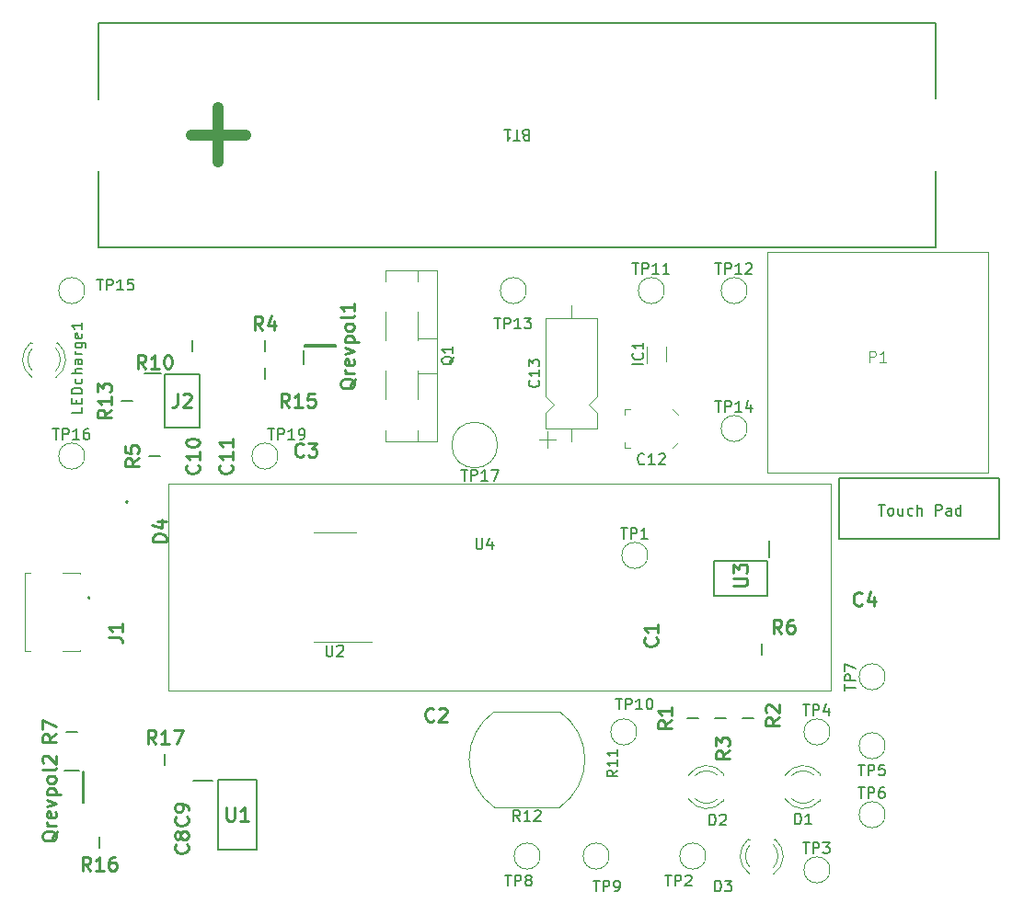
<source format=gbr>
%TF.GenerationSoftware,KiCad,Pcbnew,7.0.1*%
%TF.CreationDate,2023-03-21T08:10:22+02:00*%
%TF.ProjectId,FullSchematic,46756c6c-5363-4686-956d-617469632e6b,rev?*%
%TF.SameCoordinates,Original*%
%TF.FileFunction,Legend,Top*%
%TF.FilePolarity,Positive*%
%FSLAX46Y46*%
G04 Gerber Fmt 4.6, Leading zero omitted, Abs format (unit mm)*
G04 Created by KiCad (PCBNEW 7.0.1) date 2023-03-21 08:10:22*
%MOMM*%
%LPD*%
G01*
G04 APERTURE LIST*
%ADD10C,0.150000*%
%ADD11C,0.254000*%
%ADD12C,0.100000*%
%ADD13C,0.200000*%
%ADD14C,0.120000*%
%ADD15C,1.000000*%
G04 APERTURE END LIST*
D10*
X156972000Y-93472000D02*
X171704000Y-93472000D01*
X171704000Y-99060000D01*
X156972000Y-99060000D01*
X156972000Y-93472000D01*
X160623238Y-95905619D02*
X161194666Y-95905619D01*
X160908952Y-96905619D02*
X160908952Y-95905619D01*
X161670857Y-96905619D02*
X161575619Y-96858000D01*
X161575619Y-96858000D02*
X161528000Y-96810380D01*
X161528000Y-96810380D02*
X161480381Y-96715142D01*
X161480381Y-96715142D02*
X161480381Y-96429428D01*
X161480381Y-96429428D02*
X161528000Y-96334190D01*
X161528000Y-96334190D02*
X161575619Y-96286571D01*
X161575619Y-96286571D02*
X161670857Y-96238952D01*
X161670857Y-96238952D02*
X161813714Y-96238952D01*
X161813714Y-96238952D02*
X161908952Y-96286571D01*
X161908952Y-96286571D02*
X161956571Y-96334190D01*
X161956571Y-96334190D02*
X162004190Y-96429428D01*
X162004190Y-96429428D02*
X162004190Y-96715142D01*
X162004190Y-96715142D02*
X161956571Y-96810380D01*
X161956571Y-96810380D02*
X161908952Y-96858000D01*
X161908952Y-96858000D02*
X161813714Y-96905619D01*
X161813714Y-96905619D02*
X161670857Y-96905619D01*
X162861333Y-96238952D02*
X162861333Y-96905619D01*
X162432762Y-96238952D02*
X162432762Y-96762761D01*
X162432762Y-96762761D02*
X162480381Y-96858000D01*
X162480381Y-96858000D02*
X162575619Y-96905619D01*
X162575619Y-96905619D02*
X162718476Y-96905619D01*
X162718476Y-96905619D02*
X162813714Y-96858000D01*
X162813714Y-96858000D02*
X162861333Y-96810380D01*
X163766095Y-96858000D02*
X163670857Y-96905619D01*
X163670857Y-96905619D02*
X163480381Y-96905619D01*
X163480381Y-96905619D02*
X163385143Y-96858000D01*
X163385143Y-96858000D02*
X163337524Y-96810380D01*
X163337524Y-96810380D02*
X163289905Y-96715142D01*
X163289905Y-96715142D02*
X163289905Y-96429428D01*
X163289905Y-96429428D02*
X163337524Y-96334190D01*
X163337524Y-96334190D02*
X163385143Y-96286571D01*
X163385143Y-96286571D02*
X163480381Y-96238952D01*
X163480381Y-96238952D02*
X163670857Y-96238952D01*
X163670857Y-96238952D02*
X163766095Y-96286571D01*
X164194667Y-96905619D02*
X164194667Y-95905619D01*
X164623238Y-96905619D02*
X164623238Y-96381809D01*
X164623238Y-96381809D02*
X164575619Y-96286571D01*
X164575619Y-96286571D02*
X164480381Y-96238952D01*
X164480381Y-96238952D02*
X164337524Y-96238952D01*
X164337524Y-96238952D02*
X164242286Y-96286571D01*
X164242286Y-96286571D02*
X164194667Y-96334190D01*
X165861334Y-96905619D02*
X165861334Y-95905619D01*
X165861334Y-95905619D02*
X166242286Y-95905619D01*
X166242286Y-95905619D02*
X166337524Y-95953238D01*
X166337524Y-95953238D02*
X166385143Y-96000857D01*
X166385143Y-96000857D02*
X166432762Y-96096095D01*
X166432762Y-96096095D02*
X166432762Y-96238952D01*
X166432762Y-96238952D02*
X166385143Y-96334190D01*
X166385143Y-96334190D02*
X166337524Y-96381809D01*
X166337524Y-96381809D02*
X166242286Y-96429428D01*
X166242286Y-96429428D02*
X165861334Y-96429428D01*
X167289905Y-96905619D02*
X167289905Y-96381809D01*
X167289905Y-96381809D02*
X167242286Y-96286571D01*
X167242286Y-96286571D02*
X167147048Y-96238952D01*
X167147048Y-96238952D02*
X166956572Y-96238952D01*
X166956572Y-96238952D02*
X166861334Y-96286571D01*
X167289905Y-96858000D02*
X167194667Y-96905619D01*
X167194667Y-96905619D02*
X166956572Y-96905619D01*
X166956572Y-96905619D02*
X166861334Y-96858000D01*
X166861334Y-96858000D02*
X166813715Y-96762761D01*
X166813715Y-96762761D02*
X166813715Y-96667523D01*
X166813715Y-96667523D02*
X166861334Y-96572285D01*
X166861334Y-96572285D02*
X166956572Y-96524666D01*
X166956572Y-96524666D02*
X167194667Y-96524666D01*
X167194667Y-96524666D02*
X167289905Y-96477047D01*
X168194667Y-96905619D02*
X168194667Y-95905619D01*
X168194667Y-96858000D02*
X168099429Y-96905619D01*
X168099429Y-96905619D02*
X167908953Y-96905619D01*
X167908953Y-96905619D02*
X167813715Y-96858000D01*
X167813715Y-96858000D02*
X167766096Y-96810380D01*
X167766096Y-96810380D02*
X167718477Y-96715142D01*
X167718477Y-96715142D02*
X167718477Y-96429428D01*
X167718477Y-96429428D02*
X167766096Y-96334190D01*
X167766096Y-96334190D02*
X167813715Y-96286571D01*
X167813715Y-96286571D02*
X167908953Y-96238952D01*
X167908953Y-96238952D02*
X168099429Y-96238952D01*
X168099429Y-96238952D02*
X168194667Y-96286571D01*
D11*
%TO.C,D4*%
X95075526Y-99297381D02*
X93805526Y-99297381D01*
X93805526Y-99297381D02*
X93805526Y-98995000D01*
X93805526Y-98995000D02*
X93866002Y-98813571D01*
X93866002Y-98813571D02*
X93986954Y-98692619D01*
X93986954Y-98692619D02*
X94107907Y-98632142D01*
X94107907Y-98632142D02*
X94349811Y-98571666D01*
X94349811Y-98571666D02*
X94531240Y-98571666D01*
X94531240Y-98571666D02*
X94773145Y-98632142D01*
X94773145Y-98632142D02*
X94894097Y-98692619D01*
X94894097Y-98692619D02*
X95015050Y-98813571D01*
X95015050Y-98813571D02*
X95075526Y-98995000D01*
X95075526Y-98995000D02*
X95075526Y-99297381D01*
X94228859Y-97483095D02*
X95075526Y-97483095D01*
X93745050Y-97785476D02*
X94652192Y-98087857D01*
X94652192Y-98087857D02*
X94652192Y-97301666D01*
D10*
%TO.C,TP9*%
X134374095Y-130526619D02*
X134945523Y-130526619D01*
X134659809Y-131526619D02*
X134659809Y-130526619D01*
X135278857Y-131526619D02*
X135278857Y-130526619D01*
X135278857Y-130526619D02*
X135659809Y-130526619D01*
X135659809Y-130526619D02*
X135755047Y-130574238D01*
X135755047Y-130574238D02*
X135802666Y-130621857D01*
X135802666Y-130621857D02*
X135850285Y-130717095D01*
X135850285Y-130717095D02*
X135850285Y-130859952D01*
X135850285Y-130859952D02*
X135802666Y-130955190D01*
X135802666Y-130955190D02*
X135755047Y-131002809D01*
X135755047Y-131002809D02*
X135659809Y-131050428D01*
X135659809Y-131050428D02*
X135278857Y-131050428D01*
X136326476Y-131526619D02*
X136516952Y-131526619D01*
X136516952Y-131526619D02*
X136612190Y-131479000D01*
X136612190Y-131479000D02*
X136659809Y-131431380D01*
X136659809Y-131431380D02*
X136755047Y-131288523D01*
X136755047Y-131288523D02*
X136802666Y-131098047D01*
X136802666Y-131098047D02*
X136802666Y-130717095D01*
X136802666Y-130717095D02*
X136755047Y-130621857D01*
X136755047Y-130621857D02*
X136707428Y-130574238D01*
X136707428Y-130574238D02*
X136612190Y-130526619D01*
X136612190Y-130526619D02*
X136421714Y-130526619D01*
X136421714Y-130526619D02*
X136326476Y-130574238D01*
X136326476Y-130574238D02*
X136278857Y-130621857D01*
X136278857Y-130621857D02*
X136231238Y-130717095D01*
X136231238Y-130717095D02*
X136231238Y-130955190D01*
X136231238Y-130955190D02*
X136278857Y-131050428D01*
X136278857Y-131050428D02*
X136326476Y-131098047D01*
X136326476Y-131098047D02*
X136421714Y-131145666D01*
X136421714Y-131145666D02*
X136612190Y-131145666D01*
X136612190Y-131145666D02*
X136707428Y-131098047D01*
X136707428Y-131098047D02*
X136755047Y-131050428D01*
X136755047Y-131050428D02*
X136802666Y-130955190D01*
%TO.C,U2*%
X109793095Y-108867619D02*
X109793095Y-109677142D01*
X109793095Y-109677142D02*
X109840714Y-109772380D01*
X109840714Y-109772380D02*
X109888333Y-109820000D01*
X109888333Y-109820000D02*
X109983571Y-109867619D01*
X109983571Y-109867619D02*
X110174047Y-109867619D01*
X110174047Y-109867619D02*
X110269285Y-109820000D01*
X110269285Y-109820000D02*
X110316904Y-109772380D01*
X110316904Y-109772380D02*
X110364523Y-109677142D01*
X110364523Y-109677142D02*
X110364523Y-108867619D01*
X110793095Y-108962857D02*
X110840714Y-108915238D01*
X110840714Y-108915238D02*
X110935952Y-108867619D01*
X110935952Y-108867619D02*
X111174047Y-108867619D01*
X111174047Y-108867619D02*
X111269285Y-108915238D01*
X111269285Y-108915238D02*
X111316904Y-108962857D01*
X111316904Y-108962857D02*
X111364523Y-109058095D01*
X111364523Y-109058095D02*
X111364523Y-109153333D01*
X111364523Y-109153333D02*
X111316904Y-109296190D01*
X111316904Y-109296190D02*
X110745476Y-109867619D01*
X110745476Y-109867619D02*
X111364523Y-109867619D01*
%TO.C,C12*%
X139057142Y-92117380D02*
X139009523Y-92165000D01*
X139009523Y-92165000D02*
X138866666Y-92212619D01*
X138866666Y-92212619D02*
X138771428Y-92212619D01*
X138771428Y-92212619D02*
X138628571Y-92165000D01*
X138628571Y-92165000D02*
X138533333Y-92069761D01*
X138533333Y-92069761D02*
X138485714Y-91974523D01*
X138485714Y-91974523D02*
X138438095Y-91784047D01*
X138438095Y-91784047D02*
X138438095Y-91641190D01*
X138438095Y-91641190D02*
X138485714Y-91450714D01*
X138485714Y-91450714D02*
X138533333Y-91355476D01*
X138533333Y-91355476D02*
X138628571Y-91260238D01*
X138628571Y-91260238D02*
X138771428Y-91212619D01*
X138771428Y-91212619D02*
X138866666Y-91212619D01*
X138866666Y-91212619D02*
X139009523Y-91260238D01*
X139009523Y-91260238D02*
X139057142Y-91307857D01*
X140009523Y-92212619D02*
X139438095Y-92212619D01*
X139723809Y-92212619D02*
X139723809Y-91212619D01*
X139723809Y-91212619D02*
X139628571Y-91355476D01*
X139628571Y-91355476D02*
X139533333Y-91450714D01*
X139533333Y-91450714D02*
X139438095Y-91498333D01*
X140390476Y-91307857D02*
X140438095Y-91260238D01*
X140438095Y-91260238D02*
X140533333Y-91212619D01*
X140533333Y-91212619D02*
X140771428Y-91212619D01*
X140771428Y-91212619D02*
X140866666Y-91260238D01*
X140866666Y-91260238D02*
X140914285Y-91307857D01*
X140914285Y-91307857D02*
X140961904Y-91403095D01*
X140961904Y-91403095D02*
X140961904Y-91498333D01*
X140961904Y-91498333D02*
X140914285Y-91641190D01*
X140914285Y-91641190D02*
X140342857Y-92212619D01*
X140342857Y-92212619D02*
X140961904Y-92212619D01*
%TO.C,TP14*%
X145581905Y-86364619D02*
X146153333Y-86364619D01*
X145867619Y-87364619D02*
X145867619Y-86364619D01*
X146486667Y-87364619D02*
X146486667Y-86364619D01*
X146486667Y-86364619D02*
X146867619Y-86364619D01*
X146867619Y-86364619D02*
X146962857Y-86412238D01*
X146962857Y-86412238D02*
X147010476Y-86459857D01*
X147010476Y-86459857D02*
X147058095Y-86555095D01*
X147058095Y-86555095D02*
X147058095Y-86697952D01*
X147058095Y-86697952D02*
X147010476Y-86793190D01*
X147010476Y-86793190D02*
X146962857Y-86840809D01*
X146962857Y-86840809D02*
X146867619Y-86888428D01*
X146867619Y-86888428D02*
X146486667Y-86888428D01*
X148010476Y-87364619D02*
X147439048Y-87364619D01*
X147724762Y-87364619D02*
X147724762Y-86364619D01*
X147724762Y-86364619D02*
X147629524Y-86507476D01*
X147629524Y-86507476D02*
X147534286Y-86602714D01*
X147534286Y-86602714D02*
X147439048Y-86650333D01*
X148867619Y-86697952D02*
X148867619Y-87364619D01*
X148629524Y-86317000D02*
X148391429Y-87031285D01*
X148391429Y-87031285D02*
X149010476Y-87031285D01*
D11*
%TO.C,U3*%
X147272526Y-103392619D02*
X148300621Y-103392619D01*
X148300621Y-103392619D02*
X148421573Y-103332142D01*
X148421573Y-103332142D02*
X148482050Y-103271666D01*
X148482050Y-103271666D02*
X148542526Y-103150714D01*
X148542526Y-103150714D02*
X148542526Y-102908809D01*
X148542526Y-102908809D02*
X148482050Y-102787857D01*
X148482050Y-102787857D02*
X148421573Y-102727380D01*
X148421573Y-102727380D02*
X148300621Y-102666904D01*
X148300621Y-102666904D02*
X147272526Y-102666904D01*
X147272526Y-102183095D02*
X147272526Y-101396904D01*
X147272526Y-101396904D02*
X147756335Y-101820238D01*
X147756335Y-101820238D02*
X147756335Y-101638809D01*
X147756335Y-101638809D02*
X147816811Y-101517857D01*
X147816811Y-101517857D02*
X147877288Y-101457381D01*
X147877288Y-101457381D02*
X147998240Y-101396904D01*
X147998240Y-101396904D02*
X148300621Y-101396904D01*
X148300621Y-101396904D02*
X148421573Y-101457381D01*
X148421573Y-101457381D02*
X148482050Y-101517857D01*
X148482050Y-101517857D02*
X148542526Y-101638809D01*
X148542526Y-101638809D02*
X148542526Y-102001666D01*
X148542526Y-102001666D02*
X148482050Y-102122619D01*
X148482050Y-102122619D02*
X148421573Y-102183095D01*
D10*
%TO.C,TP19*%
X104433905Y-88904619D02*
X105005333Y-88904619D01*
X104719619Y-89904619D02*
X104719619Y-88904619D01*
X105338667Y-89904619D02*
X105338667Y-88904619D01*
X105338667Y-88904619D02*
X105719619Y-88904619D01*
X105719619Y-88904619D02*
X105814857Y-88952238D01*
X105814857Y-88952238D02*
X105862476Y-88999857D01*
X105862476Y-88999857D02*
X105910095Y-89095095D01*
X105910095Y-89095095D02*
X105910095Y-89237952D01*
X105910095Y-89237952D02*
X105862476Y-89333190D01*
X105862476Y-89333190D02*
X105814857Y-89380809D01*
X105814857Y-89380809D02*
X105719619Y-89428428D01*
X105719619Y-89428428D02*
X105338667Y-89428428D01*
X106862476Y-89904619D02*
X106291048Y-89904619D01*
X106576762Y-89904619D02*
X106576762Y-88904619D01*
X106576762Y-88904619D02*
X106481524Y-89047476D01*
X106481524Y-89047476D02*
X106386286Y-89142714D01*
X106386286Y-89142714D02*
X106291048Y-89190333D01*
X107338667Y-89904619D02*
X107529143Y-89904619D01*
X107529143Y-89904619D02*
X107624381Y-89857000D01*
X107624381Y-89857000D02*
X107672000Y-89809380D01*
X107672000Y-89809380D02*
X107767238Y-89666523D01*
X107767238Y-89666523D02*
X107814857Y-89476047D01*
X107814857Y-89476047D02*
X107814857Y-89095095D01*
X107814857Y-89095095D02*
X107767238Y-88999857D01*
X107767238Y-88999857D02*
X107719619Y-88952238D01*
X107719619Y-88952238D02*
X107624381Y-88904619D01*
X107624381Y-88904619D02*
X107433905Y-88904619D01*
X107433905Y-88904619D02*
X107338667Y-88952238D01*
X107338667Y-88952238D02*
X107291048Y-88999857D01*
X107291048Y-88999857D02*
X107243429Y-89095095D01*
X107243429Y-89095095D02*
X107243429Y-89333190D01*
X107243429Y-89333190D02*
X107291048Y-89428428D01*
X107291048Y-89428428D02*
X107338667Y-89476047D01*
X107338667Y-89476047D02*
X107433905Y-89523666D01*
X107433905Y-89523666D02*
X107624381Y-89523666D01*
X107624381Y-89523666D02*
X107719619Y-89476047D01*
X107719619Y-89476047D02*
X107767238Y-89428428D01*
X107767238Y-89428428D02*
X107814857Y-89333190D01*
D11*
%TO.C,C10*%
X98002573Y-92256428D02*
X98063050Y-92316904D01*
X98063050Y-92316904D02*
X98123526Y-92498333D01*
X98123526Y-92498333D02*
X98123526Y-92619285D01*
X98123526Y-92619285D02*
X98063050Y-92800714D01*
X98063050Y-92800714D02*
X97942097Y-92921666D01*
X97942097Y-92921666D02*
X97821145Y-92982143D01*
X97821145Y-92982143D02*
X97579240Y-93042619D01*
X97579240Y-93042619D02*
X97397811Y-93042619D01*
X97397811Y-93042619D02*
X97155907Y-92982143D01*
X97155907Y-92982143D02*
X97034954Y-92921666D01*
X97034954Y-92921666D02*
X96914002Y-92800714D01*
X96914002Y-92800714D02*
X96853526Y-92619285D01*
X96853526Y-92619285D02*
X96853526Y-92498333D01*
X96853526Y-92498333D02*
X96914002Y-92316904D01*
X96914002Y-92316904D02*
X96974478Y-92256428D01*
X98123526Y-91046904D02*
X98123526Y-91772619D01*
X98123526Y-91409762D02*
X96853526Y-91409762D01*
X96853526Y-91409762D02*
X97034954Y-91530714D01*
X97034954Y-91530714D02*
X97155907Y-91651666D01*
X97155907Y-91651666D02*
X97216383Y-91772619D01*
X96853526Y-90260714D02*
X96853526Y-90139761D01*
X96853526Y-90139761D02*
X96914002Y-90018809D01*
X96914002Y-90018809D02*
X96974478Y-89958333D01*
X96974478Y-89958333D02*
X97095430Y-89897857D01*
X97095430Y-89897857D02*
X97337335Y-89837380D01*
X97337335Y-89837380D02*
X97639716Y-89837380D01*
X97639716Y-89837380D02*
X97881621Y-89897857D01*
X97881621Y-89897857D02*
X98002573Y-89958333D01*
X98002573Y-89958333D02*
X98063050Y-90018809D01*
X98063050Y-90018809D02*
X98123526Y-90139761D01*
X98123526Y-90139761D02*
X98123526Y-90260714D01*
X98123526Y-90260714D02*
X98063050Y-90381666D01*
X98063050Y-90381666D02*
X98002573Y-90442142D01*
X98002573Y-90442142D02*
X97881621Y-90502619D01*
X97881621Y-90502619D02*
X97639716Y-90563095D01*
X97639716Y-90563095D02*
X97337335Y-90563095D01*
X97337335Y-90563095D02*
X97095430Y-90502619D01*
X97095430Y-90502619D02*
X96974478Y-90442142D01*
X96974478Y-90442142D02*
X96914002Y-90381666D01*
X96914002Y-90381666D02*
X96853526Y-90260714D01*
%TO.C,Qrevpol1*%
X112468478Y-84303809D02*
X112408002Y-84424761D01*
X112408002Y-84424761D02*
X112287050Y-84545714D01*
X112287050Y-84545714D02*
X112105621Y-84727142D01*
X112105621Y-84727142D02*
X112045145Y-84848095D01*
X112045145Y-84848095D02*
X112045145Y-84969047D01*
X112347526Y-84908571D02*
X112287050Y-85029523D01*
X112287050Y-85029523D02*
X112166097Y-85150476D01*
X112166097Y-85150476D02*
X111924192Y-85210952D01*
X111924192Y-85210952D02*
X111500859Y-85210952D01*
X111500859Y-85210952D02*
X111258954Y-85150476D01*
X111258954Y-85150476D02*
X111138002Y-85029523D01*
X111138002Y-85029523D02*
X111077526Y-84908571D01*
X111077526Y-84908571D02*
X111077526Y-84666666D01*
X111077526Y-84666666D02*
X111138002Y-84545714D01*
X111138002Y-84545714D02*
X111258954Y-84424761D01*
X111258954Y-84424761D02*
X111500859Y-84364285D01*
X111500859Y-84364285D02*
X111924192Y-84364285D01*
X111924192Y-84364285D02*
X112166097Y-84424761D01*
X112166097Y-84424761D02*
X112287050Y-84545714D01*
X112287050Y-84545714D02*
X112347526Y-84666666D01*
X112347526Y-84666666D02*
X112347526Y-84908571D01*
X112347526Y-83820000D02*
X111500859Y-83820000D01*
X111742764Y-83820000D02*
X111621811Y-83759523D01*
X111621811Y-83759523D02*
X111561335Y-83699047D01*
X111561335Y-83699047D02*
X111500859Y-83578095D01*
X111500859Y-83578095D02*
X111500859Y-83457142D01*
X112287050Y-82550000D02*
X112347526Y-82670952D01*
X112347526Y-82670952D02*
X112347526Y-82912857D01*
X112347526Y-82912857D02*
X112287050Y-83033810D01*
X112287050Y-83033810D02*
X112166097Y-83094286D01*
X112166097Y-83094286D02*
X111682288Y-83094286D01*
X111682288Y-83094286D02*
X111561335Y-83033810D01*
X111561335Y-83033810D02*
X111500859Y-82912857D01*
X111500859Y-82912857D02*
X111500859Y-82670952D01*
X111500859Y-82670952D02*
X111561335Y-82550000D01*
X111561335Y-82550000D02*
X111682288Y-82489524D01*
X111682288Y-82489524D02*
X111803240Y-82489524D01*
X111803240Y-82489524D02*
X111924192Y-83094286D01*
X111500859Y-82066191D02*
X112347526Y-81763810D01*
X112347526Y-81763810D02*
X111500859Y-81461429D01*
X111500859Y-80977620D02*
X112770859Y-80977620D01*
X111561335Y-80977620D02*
X111500859Y-80856667D01*
X111500859Y-80856667D02*
X111500859Y-80614762D01*
X111500859Y-80614762D02*
X111561335Y-80493810D01*
X111561335Y-80493810D02*
X111621811Y-80433334D01*
X111621811Y-80433334D02*
X111742764Y-80372858D01*
X111742764Y-80372858D02*
X112105621Y-80372858D01*
X112105621Y-80372858D02*
X112226573Y-80433334D01*
X112226573Y-80433334D02*
X112287050Y-80493810D01*
X112287050Y-80493810D02*
X112347526Y-80614762D01*
X112347526Y-80614762D02*
X112347526Y-80856667D01*
X112347526Y-80856667D02*
X112287050Y-80977620D01*
X112347526Y-79647143D02*
X112287050Y-79768095D01*
X112287050Y-79768095D02*
X112226573Y-79828572D01*
X112226573Y-79828572D02*
X112105621Y-79889048D01*
X112105621Y-79889048D02*
X111742764Y-79889048D01*
X111742764Y-79889048D02*
X111621811Y-79828572D01*
X111621811Y-79828572D02*
X111561335Y-79768095D01*
X111561335Y-79768095D02*
X111500859Y-79647143D01*
X111500859Y-79647143D02*
X111500859Y-79465714D01*
X111500859Y-79465714D02*
X111561335Y-79344762D01*
X111561335Y-79344762D02*
X111621811Y-79284286D01*
X111621811Y-79284286D02*
X111742764Y-79223810D01*
X111742764Y-79223810D02*
X112105621Y-79223810D01*
X112105621Y-79223810D02*
X112226573Y-79284286D01*
X112226573Y-79284286D02*
X112287050Y-79344762D01*
X112287050Y-79344762D02*
X112347526Y-79465714D01*
X112347526Y-79465714D02*
X112347526Y-79647143D01*
X112347526Y-78498095D02*
X112287050Y-78619047D01*
X112287050Y-78619047D02*
X112166097Y-78679524D01*
X112166097Y-78679524D02*
X111077526Y-78679524D01*
X112347526Y-77349047D02*
X112347526Y-78074762D01*
X112347526Y-77711905D02*
X111077526Y-77711905D01*
X111077526Y-77711905D02*
X111258954Y-77832857D01*
X111258954Y-77832857D02*
X111379907Y-77953809D01*
X111379907Y-77953809D02*
X111440383Y-78074762D01*
D10*
%TO.C,TP12*%
X145581905Y-73664619D02*
X146153333Y-73664619D01*
X145867619Y-74664619D02*
X145867619Y-73664619D01*
X146486667Y-74664619D02*
X146486667Y-73664619D01*
X146486667Y-73664619D02*
X146867619Y-73664619D01*
X146867619Y-73664619D02*
X146962857Y-73712238D01*
X146962857Y-73712238D02*
X147010476Y-73759857D01*
X147010476Y-73759857D02*
X147058095Y-73855095D01*
X147058095Y-73855095D02*
X147058095Y-73997952D01*
X147058095Y-73997952D02*
X147010476Y-74093190D01*
X147010476Y-74093190D02*
X146962857Y-74140809D01*
X146962857Y-74140809D02*
X146867619Y-74188428D01*
X146867619Y-74188428D02*
X146486667Y-74188428D01*
X148010476Y-74664619D02*
X147439048Y-74664619D01*
X147724762Y-74664619D02*
X147724762Y-73664619D01*
X147724762Y-73664619D02*
X147629524Y-73807476D01*
X147629524Y-73807476D02*
X147534286Y-73902714D01*
X147534286Y-73902714D02*
X147439048Y-73950333D01*
X148391429Y-73759857D02*
X148439048Y-73712238D01*
X148439048Y-73712238D02*
X148534286Y-73664619D01*
X148534286Y-73664619D02*
X148772381Y-73664619D01*
X148772381Y-73664619D02*
X148867619Y-73712238D01*
X148867619Y-73712238D02*
X148915238Y-73759857D01*
X148915238Y-73759857D02*
X148962857Y-73855095D01*
X148962857Y-73855095D02*
X148962857Y-73950333D01*
X148962857Y-73950333D02*
X148915238Y-74093190D01*
X148915238Y-74093190D02*
X148343810Y-74664619D01*
X148343810Y-74664619D02*
X148962857Y-74664619D01*
D11*
%TO.C,C9*%
X96986573Y-124671666D02*
X97047050Y-124732142D01*
X97047050Y-124732142D02*
X97107526Y-124913571D01*
X97107526Y-124913571D02*
X97107526Y-125034523D01*
X97107526Y-125034523D02*
X97047050Y-125215952D01*
X97047050Y-125215952D02*
X96926097Y-125336904D01*
X96926097Y-125336904D02*
X96805145Y-125397381D01*
X96805145Y-125397381D02*
X96563240Y-125457857D01*
X96563240Y-125457857D02*
X96381811Y-125457857D01*
X96381811Y-125457857D02*
X96139907Y-125397381D01*
X96139907Y-125397381D02*
X96018954Y-125336904D01*
X96018954Y-125336904D02*
X95898002Y-125215952D01*
X95898002Y-125215952D02*
X95837526Y-125034523D01*
X95837526Y-125034523D02*
X95837526Y-124913571D01*
X95837526Y-124913571D02*
X95898002Y-124732142D01*
X95898002Y-124732142D02*
X95958478Y-124671666D01*
X97107526Y-124066904D02*
X97107526Y-123825000D01*
X97107526Y-123825000D02*
X97047050Y-123704047D01*
X97047050Y-123704047D02*
X96986573Y-123643571D01*
X96986573Y-123643571D02*
X96805145Y-123522619D01*
X96805145Y-123522619D02*
X96563240Y-123462142D01*
X96563240Y-123462142D02*
X96079430Y-123462142D01*
X96079430Y-123462142D02*
X95958478Y-123522619D01*
X95958478Y-123522619D02*
X95898002Y-123583095D01*
X95898002Y-123583095D02*
X95837526Y-123704047D01*
X95837526Y-123704047D02*
X95837526Y-123945952D01*
X95837526Y-123945952D02*
X95898002Y-124066904D01*
X95898002Y-124066904D02*
X95958478Y-124127381D01*
X95958478Y-124127381D02*
X96079430Y-124187857D01*
X96079430Y-124187857D02*
X96381811Y-124187857D01*
X96381811Y-124187857D02*
X96502764Y-124127381D01*
X96502764Y-124127381D02*
X96563240Y-124066904D01*
X96563240Y-124066904D02*
X96623716Y-123945952D01*
X96623716Y-123945952D02*
X96623716Y-123704047D01*
X96623716Y-123704047D02*
X96563240Y-123583095D01*
X96563240Y-123583095D02*
X96502764Y-123522619D01*
X96502764Y-123522619D02*
X96381811Y-123462142D01*
D10*
%TO.C,TP11*%
X137961905Y-73664619D02*
X138533333Y-73664619D01*
X138247619Y-74664619D02*
X138247619Y-73664619D01*
X138866667Y-74664619D02*
X138866667Y-73664619D01*
X138866667Y-73664619D02*
X139247619Y-73664619D01*
X139247619Y-73664619D02*
X139342857Y-73712238D01*
X139342857Y-73712238D02*
X139390476Y-73759857D01*
X139390476Y-73759857D02*
X139438095Y-73855095D01*
X139438095Y-73855095D02*
X139438095Y-73997952D01*
X139438095Y-73997952D02*
X139390476Y-74093190D01*
X139390476Y-74093190D02*
X139342857Y-74140809D01*
X139342857Y-74140809D02*
X139247619Y-74188428D01*
X139247619Y-74188428D02*
X138866667Y-74188428D01*
X140390476Y-74664619D02*
X139819048Y-74664619D01*
X140104762Y-74664619D02*
X140104762Y-73664619D01*
X140104762Y-73664619D02*
X140009524Y-73807476D01*
X140009524Y-73807476D02*
X139914286Y-73902714D01*
X139914286Y-73902714D02*
X139819048Y-73950333D01*
X141342857Y-74664619D02*
X140771429Y-74664619D01*
X141057143Y-74664619D02*
X141057143Y-73664619D01*
X141057143Y-73664619D02*
X140961905Y-73807476D01*
X140961905Y-73807476D02*
X140866667Y-73902714D01*
X140866667Y-73902714D02*
X140771429Y-73950333D01*
D11*
%TO.C,C8*%
X96986573Y-127211666D02*
X97047050Y-127272142D01*
X97047050Y-127272142D02*
X97107526Y-127453571D01*
X97107526Y-127453571D02*
X97107526Y-127574523D01*
X97107526Y-127574523D02*
X97047050Y-127755952D01*
X97047050Y-127755952D02*
X96926097Y-127876904D01*
X96926097Y-127876904D02*
X96805145Y-127937381D01*
X96805145Y-127937381D02*
X96563240Y-127997857D01*
X96563240Y-127997857D02*
X96381811Y-127997857D01*
X96381811Y-127997857D02*
X96139907Y-127937381D01*
X96139907Y-127937381D02*
X96018954Y-127876904D01*
X96018954Y-127876904D02*
X95898002Y-127755952D01*
X95898002Y-127755952D02*
X95837526Y-127574523D01*
X95837526Y-127574523D02*
X95837526Y-127453571D01*
X95837526Y-127453571D02*
X95898002Y-127272142D01*
X95898002Y-127272142D02*
X95958478Y-127211666D01*
X96381811Y-126485952D02*
X96321335Y-126606904D01*
X96321335Y-126606904D02*
X96260859Y-126667381D01*
X96260859Y-126667381D02*
X96139907Y-126727857D01*
X96139907Y-126727857D02*
X96079430Y-126727857D01*
X96079430Y-126727857D02*
X95958478Y-126667381D01*
X95958478Y-126667381D02*
X95898002Y-126606904D01*
X95898002Y-126606904D02*
X95837526Y-126485952D01*
X95837526Y-126485952D02*
X95837526Y-126244047D01*
X95837526Y-126244047D02*
X95898002Y-126123095D01*
X95898002Y-126123095D02*
X95958478Y-126062619D01*
X95958478Y-126062619D02*
X96079430Y-126002142D01*
X96079430Y-126002142D02*
X96139907Y-126002142D01*
X96139907Y-126002142D02*
X96260859Y-126062619D01*
X96260859Y-126062619D02*
X96321335Y-126123095D01*
X96321335Y-126123095D02*
X96381811Y-126244047D01*
X96381811Y-126244047D02*
X96381811Y-126485952D01*
X96381811Y-126485952D02*
X96442288Y-126606904D01*
X96442288Y-126606904D02*
X96502764Y-126667381D01*
X96502764Y-126667381D02*
X96623716Y-126727857D01*
X96623716Y-126727857D02*
X96865621Y-126727857D01*
X96865621Y-126727857D02*
X96986573Y-126667381D01*
X96986573Y-126667381D02*
X97047050Y-126606904D01*
X97047050Y-126606904D02*
X97107526Y-126485952D01*
X97107526Y-126485952D02*
X97107526Y-126244047D01*
X97107526Y-126244047D02*
X97047050Y-126123095D01*
X97047050Y-126123095D02*
X96986573Y-126062619D01*
X96986573Y-126062619D02*
X96865621Y-126002142D01*
X96865621Y-126002142D02*
X96623716Y-126002142D01*
X96623716Y-126002142D02*
X96502764Y-126062619D01*
X96502764Y-126062619D02*
X96442288Y-126123095D01*
X96442288Y-126123095D02*
X96381811Y-126244047D01*
%TO.C,C1*%
X140166573Y-108161666D02*
X140227050Y-108222142D01*
X140227050Y-108222142D02*
X140287526Y-108403571D01*
X140287526Y-108403571D02*
X140287526Y-108524523D01*
X140287526Y-108524523D02*
X140227050Y-108705952D01*
X140227050Y-108705952D02*
X140106097Y-108826904D01*
X140106097Y-108826904D02*
X139985145Y-108887381D01*
X139985145Y-108887381D02*
X139743240Y-108947857D01*
X139743240Y-108947857D02*
X139561811Y-108947857D01*
X139561811Y-108947857D02*
X139319907Y-108887381D01*
X139319907Y-108887381D02*
X139198954Y-108826904D01*
X139198954Y-108826904D02*
X139078002Y-108705952D01*
X139078002Y-108705952D02*
X139017526Y-108524523D01*
X139017526Y-108524523D02*
X139017526Y-108403571D01*
X139017526Y-108403571D02*
X139078002Y-108222142D01*
X139078002Y-108222142D02*
X139138478Y-108161666D01*
X140287526Y-106952142D02*
X140287526Y-107677857D01*
X140287526Y-107315000D02*
X139017526Y-107315000D01*
X139017526Y-107315000D02*
X139198954Y-107435952D01*
X139198954Y-107435952D02*
X139319907Y-107556904D01*
X139319907Y-107556904D02*
X139380383Y-107677857D01*
%TO.C,Qrevpol2*%
X85036478Y-125959809D02*
X84976002Y-126080761D01*
X84976002Y-126080761D02*
X84855050Y-126201714D01*
X84855050Y-126201714D02*
X84673621Y-126383142D01*
X84673621Y-126383142D02*
X84613145Y-126504095D01*
X84613145Y-126504095D02*
X84613145Y-126625047D01*
X84915526Y-126564571D02*
X84855050Y-126685523D01*
X84855050Y-126685523D02*
X84734097Y-126806476D01*
X84734097Y-126806476D02*
X84492192Y-126866952D01*
X84492192Y-126866952D02*
X84068859Y-126866952D01*
X84068859Y-126866952D02*
X83826954Y-126806476D01*
X83826954Y-126806476D02*
X83706002Y-126685523D01*
X83706002Y-126685523D02*
X83645526Y-126564571D01*
X83645526Y-126564571D02*
X83645526Y-126322666D01*
X83645526Y-126322666D02*
X83706002Y-126201714D01*
X83706002Y-126201714D02*
X83826954Y-126080761D01*
X83826954Y-126080761D02*
X84068859Y-126020285D01*
X84068859Y-126020285D02*
X84492192Y-126020285D01*
X84492192Y-126020285D02*
X84734097Y-126080761D01*
X84734097Y-126080761D02*
X84855050Y-126201714D01*
X84855050Y-126201714D02*
X84915526Y-126322666D01*
X84915526Y-126322666D02*
X84915526Y-126564571D01*
X84915526Y-125476000D02*
X84068859Y-125476000D01*
X84310764Y-125476000D02*
X84189811Y-125415523D01*
X84189811Y-125415523D02*
X84129335Y-125355047D01*
X84129335Y-125355047D02*
X84068859Y-125234095D01*
X84068859Y-125234095D02*
X84068859Y-125113142D01*
X84855050Y-124206000D02*
X84915526Y-124326952D01*
X84915526Y-124326952D02*
X84915526Y-124568857D01*
X84915526Y-124568857D02*
X84855050Y-124689810D01*
X84855050Y-124689810D02*
X84734097Y-124750286D01*
X84734097Y-124750286D02*
X84250288Y-124750286D01*
X84250288Y-124750286D02*
X84129335Y-124689810D01*
X84129335Y-124689810D02*
X84068859Y-124568857D01*
X84068859Y-124568857D02*
X84068859Y-124326952D01*
X84068859Y-124326952D02*
X84129335Y-124206000D01*
X84129335Y-124206000D02*
X84250288Y-124145524D01*
X84250288Y-124145524D02*
X84371240Y-124145524D01*
X84371240Y-124145524D02*
X84492192Y-124750286D01*
X84068859Y-123722191D02*
X84915526Y-123419810D01*
X84915526Y-123419810D02*
X84068859Y-123117429D01*
X84068859Y-122633620D02*
X85338859Y-122633620D01*
X84129335Y-122633620D02*
X84068859Y-122512667D01*
X84068859Y-122512667D02*
X84068859Y-122270762D01*
X84068859Y-122270762D02*
X84129335Y-122149810D01*
X84129335Y-122149810D02*
X84189811Y-122089334D01*
X84189811Y-122089334D02*
X84310764Y-122028858D01*
X84310764Y-122028858D02*
X84673621Y-122028858D01*
X84673621Y-122028858D02*
X84794573Y-122089334D01*
X84794573Y-122089334D02*
X84855050Y-122149810D01*
X84855050Y-122149810D02*
X84915526Y-122270762D01*
X84915526Y-122270762D02*
X84915526Y-122512667D01*
X84915526Y-122512667D02*
X84855050Y-122633620D01*
X84915526Y-121303143D02*
X84855050Y-121424095D01*
X84855050Y-121424095D02*
X84794573Y-121484572D01*
X84794573Y-121484572D02*
X84673621Y-121545048D01*
X84673621Y-121545048D02*
X84310764Y-121545048D01*
X84310764Y-121545048D02*
X84189811Y-121484572D01*
X84189811Y-121484572D02*
X84129335Y-121424095D01*
X84129335Y-121424095D02*
X84068859Y-121303143D01*
X84068859Y-121303143D02*
X84068859Y-121121714D01*
X84068859Y-121121714D02*
X84129335Y-121000762D01*
X84129335Y-121000762D02*
X84189811Y-120940286D01*
X84189811Y-120940286D02*
X84310764Y-120879810D01*
X84310764Y-120879810D02*
X84673621Y-120879810D01*
X84673621Y-120879810D02*
X84794573Y-120940286D01*
X84794573Y-120940286D02*
X84855050Y-121000762D01*
X84855050Y-121000762D02*
X84915526Y-121121714D01*
X84915526Y-121121714D02*
X84915526Y-121303143D01*
X84915526Y-120154095D02*
X84855050Y-120275047D01*
X84855050Y-120275047D02*
X84734097Y-120335524D01*
X84734097Y-120335524D02*
X83645526Y-120335524D01*
X83766478Y-119730762D02*
X83706002Y-119670286D01*
X83706002Y-119670286D02*
X83645526Y-119549333D01*
X83645526Y-119549333D02*
X83645526Y-119246952D01*
X83645526Y-119246952D02*
X83706002Y-119126000D01*
X83706002Y-119126000D02*
X83766478Y-119065524D01*
X83766478Y-119065524D02*
X83887430Y-119005047D01*
X83887430Y-119005047D02*
X84008383Y-119005047D01*
X84008383Y-119005047D02*
X84189811Y-119065524D01*
X84189811Y-119065524D02*
X84915526Y-119791238D01*
X84915526Y-119791238D02*
X84915526Y-119005047D01*
%TO.C,R2*%
X151463526Y-115527666D02*
X150858764Y-115951000D01*
X151463526Y-116253381D02*
X150193526Y-116253381D01*
X150193526Y-116253381D02*
X150193526Y-115769571D01*
X150193526Y-115769571D02*
X150254002Y-115648619D01*
X150254002Y-115648619D02*
X150314478Y-115588142D01*
X150314478Y-115588142D02*
X150435430Y-115527666D01*
X150435430Y-115527666D02*
X150616859Y-115527666D01*
X150616859Y-115527666D02*
X150737811Y-115588142D01*
X150737811Y-115588142D02*
X150798288Y-115648619D01*
X150798288Y-115648619D02*
X150858764Y-115769571D01*
X150858764Y-115769571D02*
X150858764Y-116253381D01*
X150314478Y-115043857D02*
X150254002Y-114983381D01*
X150254002Y-114983381D02*
X150193526Y-114862428D01*
X150193526Y-114862428D02*
X150193526Y-114560047D01*
X150193526Y-114560047D02*
X150254002Y-114439095D01*
X150254002Y-114439095D02*
X150314478Y-114378619D01*
X150314478Y-114378619D02*
X150435430Y-114318142D01*
X150435430Y-114318142D02*
X150556383Y-114318142D01*
X150556383Y-114318142D02*
X150737811Y-114378619D01*
X150737811Y-114378619D02*
X151463526Y-115104333D01*
X151463526Y-115104333D02*
X151463526Y-114318142D01*
%TO.C,R15*%
X106371571Y-86947526D02*
X105948237Y-86342764D01*
X105645856Y-86947526D02*
X105645856Y-85677526D01*
X105645856Y-85677526D02*
X106129666Y-85677526D01*
X106129666Y-85677526D02*
X106250618Y-85738002D01*
X106250618Y-85738002D02*
X106311095Y-85798478D01*
X106311095Y-85798478D02*
X106371571Y-85919430D01*
X106371571Y-85919430D02*
X106371571Y-86100859D01*
X106371571Y-86100859D02*
X106311095Y-86221811D01*
X106311095Y-86221811D02*
X106250618Y-86282288D01*
X106250618Y-86282288D02*
X106129666Y-86342764D01*
X106129666Y-86342764D02*
X105645856Y-86342764D01*
X107581095Y-86947526D02*
X106855380Y-86947526D01*
X107218237Y-86947526D02*
X107218237Y-85677526D01*
X107218237Y-85677526D02*
X107097285Y-85858954D01*
X107097285Y-85858954D02*
X106976333Y-85979907D01*
X106976333Y-85979907D02*
X106855380Y-86040383D01*
X108730142Y-85677526D02*
X108125380Y-85677526D01*
X108125380Y-85677526D02*
X108064904Y-86282288D01*
X108064904Y-86282288D02*
X108125380Y-86221811D01*
X108125380Y-86221811D02*
X108246333Y-86161335D01*
X108246333Y-86161335D02*
X108548714Y-86161335D01*
X108548714Y-86161335D02*
X108669666Y-86221811D01*
X108669666Y-86221811D02*
X108730142Y-86282288D01*
X108730142Y-86282288D02*
X108790619Y-86403240D01*
X108790619Y-86403240D02*
X108790619Y-86705621D01*
X108790619Y-86705621D02*
X108730142Y-86826573D01*
X108730142Y-86826573D02*
X108669666Y-86887050D01*
X108669666Y-86887050D02*
X108548714Y-86947526D01*
X108548714Y-86947526D02*
X108246333Y-86947526D01*
X108246333Y-86947526D02*
X108125380Y-86887050D01*
X108125380Y-86887050D02*
X108064904Y-86826573D01*
%TO.C,R17*%
X94113571Y-117935526D02*
X93690237Y-117330764D01*
X93387856Y-117935526D02*
X93387856Y-116665526D01*
X93387856Y-116665526D02*
X93871666Y-116665526D01*
X93871666Y-116665526D02*
X93992618Y-116726002D01*
X93992618Y-116726002D02*
X94053095Y-116786478D01*
X94053095Y-116786478D02*
X94113571Y-116907430D01*
X94113571Y-116907430D02*
X94113571Y-117088859D01*
X94113571Y-117088859D02*
X94053095Y-117209811D01*
X94053095Y-117209811D02*
X93992618Y-117270288D01*
X93992618Y-117270288D02*
X93871666Y-117330764D01*
X93871666Y-117330764D02*
X93387856Y-117330764D01*
X95323095Y-117935526D02*
X94597380Y-117935526D01*
X94960237Y-117935526D02*
X94960237Y-116665526D01*
X94960237Y-116665526D02*
X94839285Y-116846954D01*
X94839285Y-116846954D02*
X94718333Y-116967907D01*
X94718333Y-116967907D02*
X94597380Y-117028383D01*
X95746428Y-116665526D02*
X96593095Y-116665526D01*
X96593095Y-116665526D02*
X96048809Y-117935526D01*
D10*
%TO.C,U4*%
X123578095Y-99012619D02*
X123578095Y-99822142D01*
X123578095Y-99822142D02*
X123625714Y-99917380D01*
X123625714Y-99917380D02*
X123673333Y-99965000D01*
X123673333Y-99965000D02*
X123768571Y-100012619D01*
X123768571Y-100012619D02*
X123959047Y-100012619D01*
X123959047Y-100012619D02*
X124054285Y-99965000D01*
X124054285Y-99965000D02*
X124101904Y-99917380D01*
X124101904Y-99917380D02*
X124149523Y-99822142D01*
X124149523Y-99822142D02*
X124149523Y-99012619D01*
X125054285Y-99345952D02*
X125054285Y-100012619D01*
X124816190Y-98965000D02*
X124578095Y-99679285D01*
X124578095Y-99679285D02*
X125197142Y-99679285D01*
%TO.C,TP16*%
X84621905Y-88904619D02*
X85193333Y-88904619D01*
X84907619Y-89904619D02*
X84907619Y-88904619D01*
X85526667Y-89904619D02*
X85526667Y-88904619D01*
X85526667Y-88904619D02*
X85907619Y-88904619D01*
X85907619Y-88904619D02*
X86002857Y-88952238D01*
X86002857Y-88952238D02*
X86050476Y-88999857D01*
X86050476Y-88999857D02*
X86098095Y-89095095D01*
X86098095Y-89095095D02*
X86098095Y-89237952D01*
X86098095Y-89237952D02*
X86050476Y-89333190D01*
X86050476Y-89333190D02*
X86002857Y-89380809D01*
X86002857Y-89380809D02*
X85907619Y-89428428D01*
X85907619Y-89428428D02*
X85526667Y-89428428D01*
X87050476Y-89904619D02*
X86479048Y-89904619D01*
X86764762Y-89904619D02*
X86764762Y-88904619D01*
X86764762Y-88904619D02*
X86669524Y-89047476D01*
X86669524Y-89047476D02*
X86574286Y-89142714D01*
X86574286Y-89142714D02*
X86479048Y-89190333D01*
X87907619Y-88904619D02*
X87717143Y-88904619D01*
X87717143Y-88904619D02*
X87621905Y-88952238D01*
X87621905Y-88952238D02*
X87574286Y-88999857D01*
X87574286Y-88999857D02*
X87479048Y-89142714D01*
X87479048Y-89142714D02*
X87431429Y-89333190D01*
X87431429Y-89333190D02*
X87431429Y-89714142D01*
X87431429Y-89714142D02*
X87479048Y-89809380D01*
X87479048Y-89809380D02*
X87526667Y-89857000D01*
X87526667Y-89857000D02*
X87621905Y-89904619D01*
X87621905Y-89904619D02*
X87812381Y-89904619D01*
X87812381Y-89904619D02*
X87907619Y-89857000D01*
X87907619Y-89857000D02*
X87955238Y-89809380D01*
X87955238Y-89809380D02*
X88002857Y-89714142D01*
X88002857Y-89714142D02*
X88002857Y-89476047D01*
X88002857Y-89476047D02*
X87955238Y-89380809D01*
X87955238Y-89380809D02*
X87907619Y-89333190D01*
X87907619Y-89333190D02*
X87812381Y-89285571D01*
X87812381Y-89285571D02*
X87621905Y-89285571D01*
X87621905Y-89285571D02*
X87526667Y-89333190D01*
X87526667Y-89333190D02*
X87479048Y-89380809D01*
X87479048Y-89380809D02*
X87431429Y-89476047D01*
%TO.C,R11*%
X136606619Y-120367857D02*
X136130428Y-120701190D01*
X136606619Y-120939285D02*
X135606619Y-120939285D01*
X135606619Y-120939285D02*
X135606619Y-120558333D01*
X135606619Y-120558333D02*
X135654238Y-120463095D01*
X135654238Y-120463095D02*
X135701857Y-120415476D01*
X135701857Y-120415476D02*
X135797095Y-120367857D01*
X135797095Y-120367857D02*
X135939952Y-120367857D01*
X135939952Y-120367857D02*
X136035190Y-120415476D01*
X136035190Y-120415476D02*
X136082809Y-120463095D01*
X136082809Y-120463095D02*
X136130428Y-120558333D01*
X136130428Y-120558333D02*
X136130428Y-120939285D01*
X136606619Y-119415476D02*
X136606619Y-119986904D01*
X136606619Y-119701190D02*
X135606619Y-119701190D01*
X135606619Y-119701190D02*
X135749476Y-119796428D01*
X135749476Y-119796428D02*
X135844714Y-119891666D01*
X135844714Y-119891666D02*
X135892333Y-119986904D01*
X136606619Y-118463095D02*
X136606619Y-119034523D01*
X136606619Y-118748809D02*
X135606619Y-118748809D01*
X135606619Y-118748809D02*
X135749476Y-118844047D01*
X135749476Y-118844047D02*
X135844714Y-118939285D01*
X135844714Y-118939285D02*
X135892333Y-119034523D01*
%TO.C,TP7*%
X157484619Y-113021904D02*
X157484619Y-112450476D01*
X158484619Y-112736190D02*
X157484619Y-112736190D01*
X158484619Y-112117142D02*
X157484619Y-112117142D01*
X157484619Y-112117142D02*
X157484619Y-111736190D01*
X157484619Y-111736190D02*
X157532238Y-111640952D01*
X157532238Y-111640952D02*
X157579857Y-111593333D01*
X157579857Y-111593333D02*
X157675095Y-111545714D01*
X157675095Y-111545714D02*
X157817952Y-111545714D01*
X157817952Y-111545714D02*
X157913190Y-111593333D01*
X157913190Y-111593333D02*
X157960809Y-111640952D01*
X157960809Y-111640952D02*
X158008428Y-111736190D01*
X158008428Y-111736190D02*
X158008428Y-112117142D01*
X157484619Y-111212380D02*
X157484619Y-110545714D01*
X157484619Y-110545714D02*
X158484619Y-110974285D01*
D11*
%TO.C,C2*%
X119676333Y-115782573D02*
X119615857Y-115843050D01*
X119615857Y-115843050D02*
X119434428Y-115903526D01*
X119434428Y-115903526D02*
X119313476Y-115903526D01*
X119313476Y-115903526D02*
X119132047Y-115843050D01*
X119132047Y-115843050D02*
X119011095Y-115722097D01*
X119011095Y-115722097D02*
X118950618Y-115601145D01*
X118950618Y-115601145D02*
X118890142Y-115359240D01*
X118890142Y-115359240D02*
X118890142Y-115177811D01*
X118890142Y-115177811D02*
X118950618Y-114935907D01*
X118950618Y-114935907D02*
X119011095Y-114814954D01*
X119011095Y-114814954D02*
X119132047Y-114694002D01*
X119132047Y-114694002D02*
X119313476Y-114633526D01*
X119313476Y-114633526D02*
X119434428Y-114633526D01*
X119434428Y-114633526D02*
X119615857Y-114694002D01*
X119615857Y-114694002D02*
X119676333Y-114754478D01*
X120160142Y-114754478D02*
X120220618Y-114694002D01*
X120220618Y-114694002D02*
X120341571Y-114633526D01*
X120341571Y-114633526D02*
X120643952Y-114633526D01*
X120643952Y-114633526D02*
X120764904Y-114694002D01*
X120764904Y-114694002D02*
X120825380Y-114754478D01*
X120825380Y-114754478D02*
X120885857Y-114875430D01*
X120885857Y-114875430D02*
X120885857Y-114996383D01*
X120885857Y-114996383D02*
X120825380Y-115177811D01*
X120825380Y-115177811D02*
X120099666Y-115903526D01*
X120099666Y-115903526D02*
X120885857Y-115903526D01*
D10*
%TO.C,TP10*%
X136437905Y-113762619D02*
X137009333Y-113762619D01*
X136723619Y-114762619D02*
X136723619Y-113762619D01*
X137342667Y-114762619D02*
X137342667Y-113762619D01*
X137342667Y-113762619D02*
X137723619Y-113762619D01*
X137723619Y-113762619D02*
X137818857Y-113810238D01*
X137818857Y-113810238D02*
X137866476Y-113857857D01*
X137866476Y-113857857D02*
X137914095Y-113953095D01*
X137914095Y-113953095D02*
X137914095Y-114095952D01*
X137914095Y-114095952D02*
X137866476Y-114191190D01*
X137866476Y-114191190D02*
X137818857Y-114238809D01*
X137818857Y-114238809D02*
X137723619Y-114286428D01*
X137723619Y-114286428D02*
X137342667Y-114286428D01*
X138866476Y-114762619D02*
X138295048Y-114762619D01*
X138580762Y-114762619D02*
X138580762Y-113762619D01*
X138580762Y-113762619D02*
X138485524Y-113905476D01*
X138485524Y-113905476D02*
X138390286Y-114000714D01*
X138390286Y-114000714D02*
X138295048Y-114048333D01*
X139485524Y-113762619D02*
X139580762Y-113762619D01*
X139580762Y-113762619D02*
X139676000Y-113810238D01*
X139676000Y-113810238D02*
X139723619Y-113857857D01*
X139723619Y-113857857D02*
X139771238Y-113953095D01*
X139771238Y-113953095D02*
X139818857Y-114143571D01*
X139818857Y-114143571D02*
X139818857Y-114381666D01*
X139818857Y-114381666D02*
X139771238Y-114572142D01*
X139771238Y-114572142D02*
X139723619Y-114667380D01*
X139723619Y-114667380D02*
X139676000Y-114715000D01*
X139676000Y-114715000D02*
X139580762Y-114762619D01*
X139580762Y-114762619D02*
X139485524Y-114762619D01*
X139485524Y-114762619D02*
X139390286Y-114715000D01*
X139390286Y-114715000D02*
X139342667Y-114667380D01*
X139342667Y-114667380D02*
X139295048Y-114572142D01*
X139295048Y-114572142D02*
X139247429Y-114381666D01*
X139247429Y-114381666D02*
X139247429Y-114143571D01*
X139247429Y-114143571D02*
X139295048Y-113953095D01*
X139295048Y-113953095D02*
X139342667Y-113857857D01*
X139342667Y-113857857D02*
X139390286Y-113810238D01*
X139390286Y-113810238D02*
X139485524Y-113762619D01*
D11*
%TO.C,C4*%
X159098333Y-105114573D02*
X159037857Y-105175050D01*
X159037857Y-105175050D02*
X158856428Y-105235526D01*
X158856428Y-105235526D02*
X158735476Y-105235526D01*
X158735476Y-105235526D02*
X158554047Y-105175050D01*
X158554047Y-105175050D02*
X158433095Y-105054097D01*
X158433095Y-105054097D02*
X158372618Y-104933145D01*
X158372618Y-104933145D02*
X158312142Y-104691240D01*
X158312142Y-104691240D02*
X158312142Y-104509811D01*
X158312142Y-104509811D02*
X158372618Y-104267907D01*
X158372618Y-104267907D02*
X158433095Y-104146954D01*
X158433095Y-104146954D02*
X158554047Y-104026002D01*
X158554047Y-104026002D02*
X158735476Y-103965526D01*
X158735476Y-103965526D02*
X158856428Y-103965526D01*
X158856428Y-103965526D02*
X159037857Y-104026002D01*
X159037857Y-104026002D02*
X159098333Y-104086478D01*
X160186904Y-104388859D02*
X160186904Y-105235526D01*
X159884523Y-103905050D02*
X159582142Y-104812192D01*
X159582142Y-104812192D02*
X160368333Y-104812192D01*
D10*
%TO.C,Q1*%
X121517857Y-82275238D02*
X121470238Y-82370476D01*
X121470238Y-82370476D02*
X121375000Y-82465714D01*
X121375000Y-82465714D02*
X121232142Y-82608571D01*
X121232142Y-82608571D02*
X121184523Y-82703809D01*
X121184523Y-82703809D02*
X121184523Y-82799047D01*
X121422619Y-82751428D02*
X121375000Y-82846666D01*
X121375000Y-82846666D02*
X121279761Y-82941904D01*
X121279761Y-82941904D02*
X121089285Y-82989523D01*
X121089285Y-82989523D02*
X120755952Y-82989523D01*
X120755952Y-82989523D02*
X120565476Y-82941904D01*
X120565476Y-82941904D02*
X120470238Y-82846666D01*
X120470238Y-82846666D02*
X120422619Y-82751428D01*
X120422619Y-82751428D02*
X120422619Y-82560952D01*
X120422619Y-82560952D02*
X120470238Y-82465714D01*
X120470238Y-82465714D02*
X120565476Y-82370476D01*
X120565476Y-82370476D02*
X120755952Y-82322857D01*
X120755952Y-82322857D02*
X121089285Y-82322857D01*
X121089285Y-82322857D02*
X121279761Y-82370476D01*
X121279761Y-82370476D02*
X121375000Y-82465714D01*
X121375000Y-82465714D02*
X121422619Y-82560952D01*
X121422619Y-82560952D02*
X121422619Y-82751428D01*
X121422619Y-81370476D02*
X121422619Y-81941904D01*
X121422619Y-81656190D02*
X120422619Y-81656190D01*
X120422619Y-81656190D02*
X120565476Y-81751428D01*
X120565476Y-81751428D02*
X120660714Y-81846666D01*
X120660714Y-81846666D02*
X120708333Y-81941904D01*
%TO.C,TP15*%
X88685905Y-75154619D02*
X89257333Y-75154619D01*
X88971619Y-76154619D02*
X88971619Y-75154619D01*
X89590667Y-76154619D02*
X89590667Y-75154619D01*
X89590667Y-75154619D02*
X89971619Y-75154619D01*
X89971619Y-75154619D02*
X90066857Y-75202238D01*
X90066857Y-75202238D02*
X90114476Y-75249857D01*
X90114476Y-75249857D02*
X90162095Y-75345095D01*
X90162095Y-75345095D02*
X90162095Y-75487952D01*
X90162095Y-75487952D02*
X90114476Y-75583190D01*
X90114476Y-75583190D02*
X90066857Y-75630809D01*
X90066857Y-75630809D02*
X89971619Y-75678428D01*
X89971619Y-75678428D02*
X89590667Y-75678428D01*
X91114476Y-76154619D02*
X90543048Y-76154619D01*
X90828762Y-76154619D02*
X90828762Y-75154619D01*
X90828762Y-75154619D02*
X90733524Y-75297476D01*
X90733524Y-75297476D02*
X90638286Y-75392714D01*
X90638286Y-75392714D02*
X90543048Y-75440333D01*
X92019238Y-75154619D02*
X91543048Y-75154619D01*
X91543048Y-75154619D02*
X91495429Y-75630809D01*
X91495429Y-75630809D02*
X91543048Y-75583190D01*
X91543048Y-75583190D02*
X91638286Y-75535571D01*
X91638286Y-75535571D02*
X91876381Y-75535571D01*
X91876381Y-75535571D02*
X91971619Y-75583190D01*
X91971619Y-75583190D02*
X92019238Y-75630809D01*
X92019238Y-75630809D02*
X92066857Y-75726047D01*
X92066857Y-75726047D02*
X92066857Y-75964142D01*
X92066857Y-75964142D02*
X92019238Y-76059380D01*
X92019238Y-76059380D02*
X91971619Y-76107000D01*
X91971619Y-76107000D02*
X91876381Y-76154619D01*
X91876381Y-76154619D02*
X91638286Y-76154619D01*
X91638286Y-76154619D02*
X91543048Y-76107000D01*
X91543048Y-76107000D02*
X91495429Y-76059380D01*
D11*
%TO.C,U1*%
X100632380Y-123777526D02*
X100632380Y-124805621D01*
X100632380Y-124805621D02*
X100692857Y-124926573D01*
X100692857Y-124926573D02*
X100753333Y-124987050D01*
X100753333Y-124987050D02*
X100874285Y-125047526D01*
X100874285Y-125047526D02*
X101116190Y-125047526D01*
X101116190Y-125047526D02*
X101237142Y-124987050D01*
X101237142Y-124987050D02*
X101297619Y-124926573D01*
X101297619Y-124926573D02*
X101358095Y-124805621D01*
X101358095Y-124805621D02*
X101358095Y-123777526D01*
X102628095Y-125047526D02*
X101902380Y-125047526D01*
X102265237Y-125047526D02*
X102265237Y-123777526D01*
X102265237Y-123777526D02*
X102144285Y-123958954D01*
X102144285Y-123958954D02*
X102023333Y-124079907D01*
X102023333Y-124079907D02*
X101902380Y-124140383D01*
D10*
%TO.C,D2*%
X145057905Y-125430619D02*
X145057905Y-124430619D01*
X145057905Y-124430619D02*
X145296000Y-124430619D01*
X145296000Y-124430619D02*
X145438857Y-124478238D01*
X145438857Y-124478238D02*
X145534095Y-124573476D01*
X145534095Y-124573476D02*
X145581714Y-124668714D01*
X145581714Y-124668714D02*
X145629333Y-124859190D01*
X145629333Y-124859190D02*
X145629333Y-125002047D01*
X145629333Y-125002047D02*
X145581714Y-125192523D01*
X145581714Y-125192523D02*
X145534095Y-125287761D01*
X145534095Y-125287761D02*
X145438857Y-125383000D01*
X145438857Y-125383000D02*
X145296000Y-125430619D01*
X145296000Y-125430619D02*
X145057905Y-125430619D01*
X146010286Y-124525857D02*
X146057905Y-124478238D01*
X146057905Y-124478238D02*
X146153143Y-124430619D01*
X146153143Y-124430619D02*
X146391238Y-124430619D01*
X146391238Y-124430619D02*
X146486476Y-124478238D01*
X146486476Y-124478238D02*
X146534095Y-124525857D01*
X146534095Y-124525857D02*
X146581714Y-124621095D01*
X146581714Y-124621095D02*
X146581714Y-124716333D01*
X146581714Y-124716333D02*
X146534095Y-124859190D01*
X146534095Y-124859190D02*
X145962667Y-125430619D01*
X145962667Y-125430619D02*
X146581714Y-125430619D01*
%TO.C,TP1*%
X136914095Y-98048619D02*
X137485523Y-98048619D01*
X137199809Y-99048619D02*
X137199809Y-98048619D01*
X137818857Y-99048619D02*
X137818857Y-98048619D01*
X137818857Y-98048619D02*
X138199809Y-98048619D01*
X138199809Y-98048619D02*
X138295047Y-98096238D01*
X138295047Y-98096238D02*
X138342666Y-98143857D01*
X138342666Y-98143857D02*
X138390285Y-98239095D01*
X138390285Y-98239095D02*
X138390285Y-98381952D01*
X138390285Y-98381952D02*
X138342666Y-98477190D01*
X138342666Y-98477190D02*
X138295047Y-98524809D01*
X138295047Y-98524809D02*
X138199809Y-98572428D01*
X138199809Y-98572428D02*
X137818857Y-98572428D01*
X139342666Y-99048619D02*
X138771238Y-99048619D01*
X139056952Y-99048619D02*
X139056952Y-98048619D01*
X139056952Y-98048619D02*
X138961714Y-98191476D01*
X138961714Y-98191476D02*
X138866476Y-98286714D01*
X138866476Y-98286714D02*
X138771238Y-98334333D01*
%TO.C,TP17*%
X122205905Y-92686619D02*
X122777333Y-92686619D01*
X122491619Y-93686619D02*
X122491619Y-92686619D01*
X123110667Y-93686619D02*
X123110667Y-92686619D01*
X123110667Y-92686619D02*
X123491619Y-92686619D01*
X123491619Y-92686619D02*
X123586857Y-92734238D01*
X123586857Y-92734238D02*
X123634476Y-92781857D01*
X123634476Y-92781857D02*
X123682095Y-92877095D01*
X123682095Y-92877095D02*
X123682095Y-93019952D01*
X123682095Y-93019952D02*
X123634476Y-93115190D01*
X123634476Y-93115190D02*
X123586857Y-93162809D01*
X123586857Y-93162809D02*
X123491619Y-93210428D01*
X123491619Y-93210428D02*
X123110667Y-93210428D01*
X124634476Y-93686619D02*
X124063048Y-93686619D01*
X124348762Y-93686619D02*
X124348762Y-92686619D01*
X124348762Y-92686619D02*
X124253524Y-92829476D01*
X124253524Y-92829476D02*
X124158286Y-92924714D01*
X124158286Y-92924714D02*
X124063048Y-92972333D01*
X124967810Y-92686619D02*
X125634476Y-92686619D01*
X125634476Y-92686619D02*
X125205905Y-93686619D01*
D12*
%TO.C,P1*%
X159789905Y-82766619D02*
X159789905Y-81766619D01*
X159789905Y-81766619D02*
X160170857Y-81766619D01*
X160170857Y-81766619D02*
X160266095Y-81814238D01*
X160266095Y-81814238D02*
X160313714Y-81861857D01*
X160313714Y-81861857D02*
X160361333Y-81957095D01*
X160361333Y-81957095D02*
X160361333Y-82099952D01*
X160361333Y-82099952D02*
X160313714Y-82195190D01*
X160313714Y-82195190D02*
X160266095Y-82242809D01*
X160266095Y-82242809D02*
X160170857Y-82290428D01*
X160170857Y-82290428D02*
X159789905Y-82290428D01*
X161313714Y-82766619D02*
X160742286Y-82766619D01*
X161028000Y-82766619D02*
X161028000Y-81766619D01*
X161028000Y-81766619D02*
X160932762Y-81909476D01*
X160932762Y-81909476D02*
X160837524Y-82004714D01*
X160837524Y-82004714D02*
X160742286Y-82052333D01*
D10*
%TO.C,TP2*%
X140978095Y-130018619D02*
X141549523Y-130018619D01*
X141263809Y-131018619D02*
X141263809Y-130018619D01*
X141882857Y-131018619D02*
X141882857Y-130018619D01*
X141882857Y-130018619D02*
X142263809Y-130018619D01*
X142263809Y-130018619D02*
X142359047Y-130066238D01*
X142359047Y-130066238D02*
X142406666Y-130113857D01*
X142406666Y-130113857D02*
X142454285Y-130209095D01*
X142454285Y-130209095D02*
X142454285Y-130351952D01*
X142454285Y-130351952D02*
X142406666Y-130447190D01*
X142406666Y-130447190D02*
X142359047Y-130494809D01*
X142359047Y-130494809D02*
X142263809Y-130542428D01*
X142263809Y-130542428D02*
X141882857Y-130542428D01*
X142835238Y-130113857D02*
X142882857Y-130066238D01*
X142882857Y-130066238D02*
X142978095Y-130018619D01*
X142978095Y-130018619D02*
X143216190Y-130018619D01*
X143216190Y-130018619D02*
X143311428Y-130066238D01*
X143311428Y-130066238D02*
X143359047Y-130113857D01*
X143359047Y-130113857D02*
X143406666Y-130209095D01*
X143406666Y-130209095D02*
X143406666Y-130304333D01*
X143406666Y-130304333D02*
X143359047Y-130447190D01*
X143359047Y-130447190D02*
X142787619Y-131018619D01*
X142787619Y-131018619D02*
X143406666Y-131018619D01*
D11*
%TO.C,R4*%
X103928333Y-79835526D02*
X103504999Y-79230764D01*
X103202618Y-79835526D02*
X103202618Y-78565526D01*
X103202618Y-78565526D02*
X103686428Y-78565526D01*
X103686428Y-78565526D02*
X103807380Y-78626002D01*
X103807380Y-78626002D02*
X103867857Y-78686478D01*
X103867857Y-78686478D02*
X103928333Y-78807430D01*
X103928333Y-78807430D02*
X103928333Y-78988859D01*
X103928333Y-78988859D02*
X103867857Y-79109811D01*
X103867857Y-79109811D02*
X103807380Y-79170288D01*
X103807380Y-79170288D02*
X103686428Y-79230764D01*
X103686428Y-79230764D02*
X103202618Y-79230764D01*
X105016904Y-78988859D02*
X105016904Y-79835526D01*
X104714523Y-78505050D02*
X104412142Y-79412192D01*
X104412142Y-79412192D02*
X105198333Y-79412192D01*
%TO.C,R7*%
X84915526Y-117051666D02*
X84310764Y-117475000D01*
X84915526Y-117777381D02*
X83645526Y-117777381D01*
X83645526Y-117777381D02*
X83645526Y-117293571D01*
X83645526Y-117293571D02*
X83706002Y-117172619D01*
X83706002Y-117172619D02*
X83766478Y-117112142D01*
X83766478Y-117112142D02*
X83887430Y-117051666D01*
X83887430Y-117051666D02*
X84068859Y-117051666D01*
X84068859Y-117051666D02*
X84189811Y-117112142D01*
X84189811Y-117112142D02*
X84250288Y-117172619D01*
X84250288Y-117172619D02*
X84310764Y-117293571D01*
X84310764Y-117293571D02*
X84310764Y-117777381D01*
X83645526Y-116628333D02*
X83645526Y-115781666D01*
X83645526Y-115781666D02*
X84915526Y-116325952D01*
D10*
%TO.C,IC1*%
X138962619Y-83006189D02*
X137962619Y-83006189D01*
X138867380Y-81958571D02*
X138915000Y-82006190D01*
X138915000Y-82006190D02*
X138962619Y-82149047D01*
X138962619Y-82149047D02*
X138962619Y-82244285D01*
X138962619Y-82244285D02*
X138915000Y-82387142D01*
X138915000Y-82387142D02*
X138819761Y-82482380D01*
X138819761Y-82482380D02*
X138724523Y-82529999D01*
X138724523Y-82529999D02*
X138534047Y-82577618D01*
X138534047Y-82577618D02*
X138391190Y-82577618D01*
X138391190Y-82577618D02*
X138200714Y-82529999D01*
X138200714Y-82529999D02*
X138105476Y-82482380D01*
X138105476Y-82482380D02*
X138010238Y-82387142D01*
X138010238Y-82387142D02*
X137962619Y-82244285D01*
X137962619Y-82244285D02*
X137962619Y-82149047D01*
X137962619Y-82149047D02*
X138010238Y-82006190D01*
X138010238Y-82006190D02*
X138057857Y-81958571D01*
X138962619Y-81006190D02*
X138962619Y-81577618D01*
X138962619Y-81291904D02*
X137962619Y-81291904D01*
X137962619Y-81291904D02*
X138105476Y-81387142D01*
X138105476Y-81387142D02*
X138200714Y-81482380D01*
X138200714Y-81482380D02*
X138248333Y-81577618D01*
D11*
%TO.C,C11*%
X101050573Y-92256428D02*
X101111050Y-92316904D01*
X101111050Y-92316904D02*
X101171526Y-92498333D01*
X101171526Y-92498333D02*
X101171526Y-92619285D01*
X101171526Y-92619285D02*
X101111050Y-92800714D01*
X101111050Y-92800714D02*
X100990097Y-92921666D01*
X100990097Y-92921666D02*
X100869145Y-92982143D01*
X100869145Y-92982143D02*
X100627240Y-93042619D01*
X100627240Y-93042619D02*
X100445811Y-93042619D01*
X100445811Y-93042619D02*
X100203907Y-92982143D01*
X100203907Y-92982143D02*
X100082954Y-92921666D01*
X100082954Y-92921666D02*
X99962002Y-92800714D01*
X99962002Y-92800714D02*
X99901526Y-92619285D01*
X99901526Y-92619285D02*
X99901526Y-92498333D01*
X99901526Y-92498333D02*
X99962002Y-92316904D01*
X99962002Y-92316904D02*
X100022478Y-92256428D01*
X101171526Y-91046904D02*
X101171526Y-91772619D01*
X101171526Y-91409762D02*
X99901526Y-91409762D01*
X99901526Y-91409762D02*
X100082954Y-91530714D01*
X100082954Y-91530714D02*
X100203907Y-91651666D01*
X100203907Y-91651666D02*
X100264383Y-91772619D01*
X101171526Y-89837380D02*
X101171526Y-90563095D01*
X101171526Y-90200238D02*
X99901526Y-90200238D01*
X99901526Y-90200238D02*
X100082954Y-90321190D01*
X100082954Y-90321190D02*
X100203907Y-90442142D01*
X100203907Y-90442142D02*
X100264383Y-90563095D01*
%TO.C,J2*%
X96096667Y-85677526D02*
X96096667Y-86584669D01*
X96096667Y-86584669D02*
X96036190Y-86766097D01*
X96036190Y-86766097D02*
X95915238Y-86887050D01*
X95915238Y-86887050D02*
X95733809Y-86947526D01*
X95733809Y-86947526D02*
X95612857Y-86947526D01*
X96640952Y-85798478D02*
X96701428Y-85738002D01*
X96701428Y-85738002D02*
X96822381Y-85677526D01*
X96822381Y-85677526D02*
X97124762Y-85677526D01*
X97124762Y-85677526D02*
X97245714Y-85738002D01*
X97245714Y-85738002D02*
X97306190Y-85798478D01*
X97306190Y-85798478D02*
X97366667Y-85919430D01*
X97366667Y-85919430D02*
X97366667Y-86040383D01*
X97366667Y-86040383D02*
X97306190Y-86221811D01*
X97306190Y-86221811D02*
X96580476Y-86947526D01*
X96580476Y-86947526D02*
X97366667Y-86947526D01*
%TO.C,R6*%
X151680333Y-107775526D02*
X151256999Y-107170764D01*
X150954618Y-107775526D02*
X150954618Y-106505526D01*
X150954618Y-106505526D02*
X151438428Y-106505526D01*
X151438428Y-106505526D02*
X151559380Y-106566002D01*
X151559380Y-106566002D02*
X151619857Y-106626478D01*
X151619857Y-106626478D02*
X151680333Y-106747430D01*
X151680333Y-106747430D02*
X151680333Y-106928859D01*
X151680333Y-106928859D02*
X151619857Y-107049811D01*
X151619857Y-107049811D02*
X151559380Y-107110288D01*
X151559380Y-107110288D02*
X151438428Y-107170764D01*
X151438428Y-107170764D02*
X150954618Y-107170764D01*
X152768904Y-106505526D02*
X152526999Y-106505526D01*
X152526999Y-106505526D02*
X152406047Y-106566002D01*
X152406047Y-106566002D02*
X152345571Y-106626478D01*
X152345571Y-106626478D02*
X152224618Y-106807907D01*
X152224618Y-106807907D02*
X152164142Y-107049811D01*
X152164142Y-107049811D02*
X152164142Y-107533621D01*
X152164142Y-107533621D02*
X152224618Y-107654573D01*
X152224618Y-107654573D02*
X152285095Y-107715050D01*
X152285095Y-107715050D02*
X152406047Y-107775526D01*
X152406047Y-107775526D02*
X152647952Y-107775526D01*
X152647952Y-107775526D02*
X152768904Y-107715050D01*
X152768904Y-107715050D02*
X152829380Y-107654573D01*
X152829380Y-107654573D02*
X152889857Y-107533621D01*
X152889857Y-107533621D02*
X152889857Y-107231240D01*
X152889857Y-107231240D02*
X152829380Y-107110288D01*
X152829380Y-107110288D02*
X152768904Y-107049811D01*
X152768904Y-107049811D02*
X152647952Y-106989335D01*
X152647952Y-106989335D02*
X152406047Y-106989335D01*
X152406047Y-106989335D02*
X152285095Y-107049811D01*
X152285095Y-107049811D02*
X152224618Y-107110288D01*
X152224618Y-107110288D02*
X152164142Y-107231240D01*
%TO.C,C3*%
X107686333Y-91398573D02*
X107625857Y-91459050D01*
X107625857Y-91459050D02*
X107444428Y-91519526D01*
X107444428Y-91519526D02*
X107323476Y-91519526D01*
X107323476Y-91519526D02*
X107142047Y-91459050D01*
X107142047Y-91459050D02*
X107021095Y-91338097D01*
X107021095Y-91338097D02*
X106960618Y-91217145D01*
X106960618Y-91217145D02*
X106900142Y-90975240D01*
X106900142Y-90975240D02*
X106900142Y-90793811D01*
X106900142Y-90793811D02*
X106960618Y-90551907D01*
X106960618Y-90551907D02*
X107021095Y-90430954D01*
X107021095Y-90430954D02*
X107142047Y-90310002D01*
X107142047Y-90310002D02*
X107323476Y-90249526D01*
X107323476Y-90249526D02*
X107444428Y-90249526D01*
X107444428Y-90249526D02*
X107625857Y-90310002D01*
X107625857Y-90310002D02*
X107686333Y-90370478D01*
X108109666Y-90249526D02*
X108895857Y-90249526D01*
X108895857Y-90249526D02*
X108472523Y-90733335D01*
X108472523Y-90733335D02*
X108653952Y-90733335D01*
X108653952Y-90733335D02*
X108774904Y-90793811D01*
X108774904Y-90793811D02*
X108835380Y-90854288D01*
X108835380Y-90854288D02*
X108895857Y-90975240D01*
X108895857Y-90975240D02*
X108895857Y-91277621D01*
X108895857Y-91277621D02*
X108835380Y-91398573D01*
X108835380Y-91398573D02*
X108774904Y-91459050D01*
X108774904Y-91459050D02*
X108653952Y-91519526D01*
X108653952Y-91519526D02*
X108291095Y-91519526D01*
X108291095Y-91519526D02*
X108170142Y-91459050D01*
X108170142Y-91459050D02*
X108109666Y-91398573D01*
D10*
%TO.C,R12*%
X127617142Y-125042619D02*
X127283809Y-124566428D01*
X127045714Y-125042619D02*
X127045714Y-124042619D01*
X127045714Y-124042619D02*
X127426666Y-124042619D01*
X127426666Y-124042619D02*
X127521904Y-124090238D01*
X127521904Y-124090238D02*
X127569523Y-124137857D01*
X127569523Y-124137857D02*
X127617142Y-124233095D01*
X127617142Y-124233095D02*
X127617142Y-124375952D01*
X127617142Y-124375952D02*
X127569523Y-124471190D01*
X127569523Y-124471190D02*
X127521904Y-124518809D01*
X127521904Y-124518809D02*
X127426666Y-124566428D01*
X127426666Y-124566428D02*
X127045714Y-124566428D01*
X128569523Y-125042619D02*
X127998095Y-125042619D01*
X128283809Y-125042619D02*
X128283809Y-124042619D01*
X128283809Y-124042619D02*
X128188571Y-124185476D01*
X128188571Y-124185476D02*
X128093333Y-124280714D01*
X128093333Y-124280714D02*
X127998095Y-124328333D01*
X128950476Y-124137857D02*
X128998095Y-124090238D01*
X128998095Y-124090238D02*
X129093333Y-124042619D01*
X129093333Y-124042619D02*
X129331428Y-124042619D01*
X129331428Y-124042619D02*
X129426666Y-124090238D01*
X129426666Y-124090238D02*
X129474285Y-124137857D01*
X129474285Y-124137857D02*
X129521904Y-124233095D01*
X129521904Y-124233095D02*
X129521904Y-124328333D01*
X129521904Y-124328333D02*
X129474285Y-124471190D01*
X129474285Y-124471190D02*
X128902857Y-125042619D01*
X128902857Y-125042619D02*
X129521904Y-125042619D01*
%TO.C,C13*%
X129319880Y-84462857D02*
X129367500Y-84510476D01*
X129367500Y-84510476D02*
X129415119Y-84653333D01*
X129415119Y-84653333D02*
X129415119Y-84748571D01*
X129415119Y-84748571D02*
X129367500Y-84891428D01*
X129367500Y-84891428D02*
X129272261Y-84986666D01*
X129272261Y-84986666D02*
X129177023Y-85034285D01*
X129177023Y-85034285D02*
X128986547Y-85081904D01*
X128986547Y-85081904D02*
X128843690Y-85081904D01*
X128843690Y-85081904D02*
X128653214Y-85034285D01*
X128653214Y-85034285D02*
X128557976Y-84986666D01*
X128557976Y-84986666D02*
X128462738Y-84891428D01*
X128462738Y-84891428D02*
X128415119Y-84748571D01*
X128415119Y-84748571D02*
X128415119Y-84653333D01*
X128415119Y-84653333D02*
X128462738Y-84510476D01*
X128462738Y-84510476D02*
X128510357Y-84462857D01*
X129415119Y-83510476D02*
X129415119Y-84081904D01*
X129415119Y-83796190D02*
X128415119Y-83796190D01*
X128415119Y-83796190D02*
X128557976Y-83891428D01*
X128557976Y-83891428D02*
X128653214Y-83986666D01*
X128653214Y-83986666D02*
X128700833Y-84081904D01*
X128415119Y-83177142D02*
X128415119Y-82558095D01*
X128415119Y-82558095D02*
X128796071Y-82891428D01*
X128796071Y-82891428D02*
X128796071Y-82748571D01*
X128796071Y-82748571D02*
X128843690Y-82653333D01*
X128843690Y-82653333D02*
X128891309Y-82605714D01*
X128891309Y-82605714D02*
X128986547Y-82558095D01*
X128986547Y-82558095D02*
X129224642Y-82558095D01*
X129224642Y-82558095D02*
X129319880Y-82605714D01*
X129319880Y-82605714D02*
X129367500Y-82653333D01*
X129367500Y-82653333D02*
X129415119Y-82748571D01*
X129415119Y-82748571D02*
X129415119Y-83034285D01*
X129415119Y-83034285D02*
X129367500Y-83129523D01*
X129367500Y-83129523D02*
X129319880Y-83177142D01*
%TO.C,TP4*%
X153678095Y-114304619D02*
X154249523Y-114304619D01*
X153963809Y-115304619D02*
X153963809Y-114304619D01*
X154582857Y-115304619D02*
X154582857Y-114304619D01*
X154582857Y-114304619D02*
X154963809Y-114304619D01*
X154963809Y-114304619D02*
X155059047Y-114352238D01*
X155059047Y-114352238D02*
X155106666Y-114399857D01*
X155106666Y-114399857D02*
X155154285Y-114495095D01*
X155154285Y-114495095D02*
X155154285Y-114637952D01*
X155154285Y-114637952D02*
X155106666Y-114733190D01*
X155106666Y-114733190D02*
X155059047Y-114780809D01*
X155059047Y-114780809D02*
X154963809Y-114828428D01*
X154963809Y-114828428D02*
X154582857Y-114828428D01*
X156011428Y-114637952D02*
X156011428Y-115304619D01*
X155773333Y-114257000D02*
X155535238Y-114971285D01*
X155535238Y-114971285D02*
X156154285Y-114971285D01*
%TO.C,BT1*%
X128125714Y-61901190D02*
X127982857Y-61853571D01*
X127982857Y-61853571D02*
X127935238Y-61805952D01*
X127935238Y-61805952D02*
X127887619Y-61710714D01*
X127887619Y-61710714D02*
X127887619Y-61567857D01*
X127887619Y-61567857D02*
X127935238Y-61472619D01*
X127935238Y-61472619D02*
X127982857Y-61425000D01*
X127982857Y-61425000D02*
X128078095Y-61377380D01*
X128078095Y-61377380D02*
X128459047Y-61377380D01*
X128459047Y-61377380D02*
X128459047Y-62377380D01*
X128459047Y-62377380D02*
X128125714Y-62377380D01*
X128125714Y-62377380D02*
X128030476Y-62329761D01*
X128030476Y-62329761D02*
X127982857Y-62282142D01*
X127982857Y-62282142D02*
X127935238Y-62186904D01*
X127935238Y-62186904D02*
X127935238Y-62091666D01*
X127935238Y-62091666D02*
X127982857Y-61996428D01*
X127982857Y-61996428D02*
X128030476Y-61948809D01*
X128030476Y-61948809D02*
X128125714Y-61901190D01*
X128125714Y-61901190D02*
X128459047Y-61901190D01*
X127601904Y-62377380D02*
X127030476Y-62377380D01*
X127316190Y-61377380D02*
X127316190Y-62377380D01*
X126173333Y-61377380D02*
X126744761Y-61377380D01*
X126459047Y-61377380D02*
X126459047Y-62377380D01*
X126459047Y-62377380D02*
X126554285Y-62234523D01*
X126554285Y-62234523D02*
X126649523Y-62139285D01*
X126649523Y-62139285D02*
X126744761Y-62091666D01*
%TO.C,TP13*%
X125261905Y-78710619D02*
X125833333Y-78710619D01*
X125547619Y-79710619D02*
X125547619Y-78710619D01*
X126166667Y-79710619D02*
X126166667Y-78710619D01*
X126166667Y-78710619D02*
X126547619Y-78710619D01*
X126547619Y-78710619D02*
X126642857Y-78758238D01*
X126642857Y-78758238D02*
X126690476Y-78805857D01*
X126690476Y-78805857D02*
X126738095Y-78901095D01*
X126738095Y-78901095D02*
X126738095Y-79043952D01*
X126738095Y-79043952D02*
X126690476Y-79139190D01*
X126690476Y-79139190D02*
X126642857Y-79186809D01*
X126642857Y-79186809D02*
X126547619Y-79234428D01*
X126547619Y-79234428D02*
X126166667Y-79234428D01*
X127690476Y-79710619D02*
X127119048Y-79710619D01*
X127404762Y-79710619D02*
X127404762Y-78710619D01*
X127404762Y-78710619D02*
X127309524Y-78853476D01*
X127309524Y-78853476D02*
X127214286Y-78948714D01*
X127214286Y-78948714D02*
X127119048Y-78996333D01*
X128023810Y-78710619D02*
X128642857Y-78710619D01*
X128642857Y-78710619D02*
X128309524Y-79091571D01*
X128309524Y-79091571D02*
X128452381Y-79091571D01*
X128452381Y-79091571D02*
X128547619Y-79139190D01*
X128547619Y-79139190D02*
X128595238Y-79186809D01*
X128595238Y-79186809D02*
X128642857Y-79282047D01*
X128642857Y-79282047D02*
X128642857Y-79520142D01*
X128642857Y-79520142D02*
X128595238Y-79615380D01*
X128595238Y-79615380D02*
X128547619Y-79663000D01*
X128547619Y-79663000D02*
X128452381Y-79710619D01*
X128452381Y-79710619D02*
X128166667Y-79710619D01*
X128166667Y-79710619D02*
X128071429Y-79663000D01*
X128071429Y-79663000D02*
X128023810Y-79615380D01*
D11*
%TO.C,R1*%
X141557526Y-115781666D02*
X140952764Y-116205000D01*
X141557526Y-116507381D02*
X140287526Y-116507381D01*
X140287526Y-116507381D02*
X140287526Y-116023571D01*
X140287526Y-116023571D02*
X140348002Y-115902619D01*
X140348002Y-115902619D02*
X140408478Y-115842142D01*
X140408478Y-115842142D02*
X140529430Y-115781666D01*
X140529430Y-115781666D02*
X140710859Y-115781666D01*
X140710859Y-115781666D02*
X140831811Y-115842142D01*
X140831811Y-115842142D02*
X140892288Y-115902619D01*
X140892288Y-115902619D02*
X140952764Y-116023571D01*
X140952764Y-116023571D02*
X140952764Y-116507381D01*
X141557526Y-114572142D02*
X141557526Y-115297857D01*
X141557526Y-114935000D02*
X140287526Y-114935000D01*
X140287526Y-114935000D02*
X140468954Y-115055952D01*
X140468954Y-115055952D02*
X140589907Y-115176904D01*
X140589907Y-115176904D02*
X140650383Y-115297857D01*
D10*
%TO.C,TP3*%
X153678095Y-127004619D02*
X154249523Y-127004619D01*
X153963809Y-128004619D02*
X153963809Y-127004619D01*
X154582857Y-128004619D02*
X154582857Y-127004619D01*
X154582857Y-127004619D02*
X154963809Y-127004619D01*
X154963809Y-127004619D02*
X155059047Y-127052238D01*
X155059047Y-127052238D02*
X155106666Y-127099857D01*
X155106666Y-127099857D02*
X155154285Y-127195095D01*
X155154285Y-127195095D02*
X155154285Y-127337952D01*
X155154285Y-127337952D02*
X155106666Y-127433190D01*
X155106666Y-127433190D02*
X155059047Y-127480809D01*
X155059047Y-127480809D02*
X154963809Y-127528428D01*
X154963809Y-127528428D02*
X154582857Y-127528428D01*
X155487619Y-127004619D02*
X156106666Y-127004619D01*
X156106666Y-127004619D02*
X155773333Y-127385571D01*
X155773333Y-127385571D02*
X155916190Y-127385571D01*
X155916190Y-127385571D02*
X156011428Y-127433190D01*
X156011428Y-127433190D02*
X156059047Y-127480809D01*
X156059047Y-127480809D02*
X156106666Y-127576047D01*
X156106666Y-127576047D02*
X156106666Y-127814142D01*
X156106666Y-127814142D02*
X156059047Y-127909380D01*
X156059047Y-127909380D02*
X156011428Y-127957000D01*
X156011428Y-127957000D02*
X155916190Y-128004619D01*
X155916190Y-128004619D02*
X155630476Y-128004619D01*
X155630476Y-128004619D02*
X155535238Y-127957000D01*
X155535238Y-127957000D02*
X155487619Y-127909380D01*
D11*
%TO.C,R3*%
X146891526Y-118575666D02*
X146286764Y-118999000D01*
X146891526Y-119301381D02*
X145621526Y-119301381D01*
X145621526Y-119301381D02*
X145621526Y-118817571D01*
X145621526Y-118817571D02*
X145682002Y-118696619D01*
X145682002Y-118696619D02*
X145742478Y-118636142D01*
X145742478Y-118636142D02*
X145863430Y-118575666D01*
X145863430Y-118575666D02*
X146044859Y-118575666D01*
X146044859Y-118575666D02*
X146165811Y-118636142D01*
X146165811Y-118636142D02*
X146226288Y-118696619D01*
X146226288Y-118696619D02*
X146286764Y-118817571D01*
X146286764Y-118817571D02*
X146286764Y-119301381D01*
X145621526Y-118152333D02*
X145621526Y-117366142D01*
X145621526Y-117366142D02*
X146105335Y-117789476D01*
X146105335Y-117789476D02*
X146105335Y-117608047D01*
X146105335Y-117608047D02*
X146165811Y-117487095D01*
X146165811Y-117487095D02*
X146226288Y-117426619D01*
X146226288Y-117426619D02*
X146347240Y-117366142D01*
X146347240Y-117366142D02*
X146649621Y-117366142D01*
X146649621Y-117366142D02*
X146770573Y-117426619D01*
X146770573Y-117426619D02*
X146831050Y-117487095D01*
X146831050Y-117487095D02*
X146891526Y-117608047D01*
X146891526Y-117608047D02*
X146891526Y-117970904D01*
X146891526Y-117970904D02*
X146831050Y-118091857D01*
X146831050Y-118091857D02*
X146770573Y-118152333D01*
D10*
%TO.C,TP8*%
X126246095Y-130018619D02*
X126817523Y-130018619D01*
X126531809Y-131018619D02*
X126531809Y-130018619D01*
X127150857Y-131018619D02*
X127150857Y-130018619D01*
X127150857Y-130018619D02*
X127531809Y-130018619D01*
X127531809Y-130018619D02*
X127627047Y-130066238D01*
X127627047Y-130066238D02*
X127674666Y-130113857D01*
X127674666Y-130113857D02*
X127722285Y-130209095D01*
X127722285Y-130209095D02*
X127722285Y-130351952D01*
X127722285Y-130351952D02*
X127674666Y-130447190D01*
X127674666Y-130447190D02*
X127627047Y-130494809D01*
X127627047Y-130494809D02*
X127531809Y-130542428D01*
X127531809Y-130542428D02*
X127150857Y-130542428D01*
X128293714Y-130447190D02*
X128198476Y-130399571D01*
X128198476Y-130399571D02*
X128150857Y-130351952D01*
X128150857Y-130351952D02*
X128103238Y-130256714D01*
X128103238Y-130256714D02*
X128103238Y-130209095D01*
X128103238Y-130209095D02*
X128150857Y-130113857D01*
X128150857Y-130113857D02*
X128198476Y-130066238D01*
X128198476Y-130066238D02*
X128293714Y-130018619D01*
X128293714Y-130018619D02*
X128484190Y-130018619D01*
X128484190Y-130018619D02*
X128579428Y-130066238D01*
X128579428Y-130066238D02*
X128627047Y-130113857D01*
X128627047Y-130113857D02*
X128674666Y-130209095D01*
X128674666Y-130209095D02*
X128674666Y-130256714D01*
X128674666Y-130256714D02*
X128627047Y-130351952D01*
X128627047Y-130351952D02*
X128579428Y-130399571D01*
X128579428Y-130399571D02*
X128484190Y-130447190D01*
X128484190Y-130447190D02*
X128293714Y-130447190D01*
X128293714Y-130447190D02*
X128198476Y-130494809D01*
X128198476Y-130494809D02*
X128150857Y-130542428D01*
X128150857Y-130542428D02*
X128103238Y-130637666D01*
X128103238Y-130637666D02*
X128103238Y-130828142D01*
X128103238Y-130828142D02*
X128150857Y-130923380D01*
X128150857Y-130923380D02*
X128198476Y-130971000D01*
X128198476Y-130971000D02*
X128293714Y-131018619D01*
X128293714Y-131018619D02*
X128484190Y-131018619D01*
X128484190Y-131018619D02*
X128579428Y-130971000D01*
X128579428Y-130971000D02*
X128627047Y-130923380D01*
X128627047Y-130923380D02*
X128674666Y-130828142D01*
X128674666Y-130828142D02*
X128674666Y-130637666D01*
X128674666Y-130637666D02*
X128627047Y-130542428D01*
X128627047Y-130542428D02*
X128579428Y-130494809D01*
X128579428Y-130494809D02*
X128484190Y-130447190D01*
D11*
%TO.C,J1*%
X89741526Y-108119332D02*
X90648669Y-108119332D01*
X90648669Y-108119332D02*
X90830097Y-108179809D01*
X90830097Y-108179809D02*
X90951050Y-108300761D01*
X90951050Y-108300761D02*
X91011526Y-108482190D01*
X91011526Y-108482190D02*
X91011526Y-108603142D01*
X91011526Y-106849332D02*
X91011526Y-107575047D01*
X91011526Y-107212190D02*
X89741526Y-107212190D01*
X89741526Y-107212190D02*
X89922954Y-107333142D01*
X89922954Y-107333142D02*
X90043907Y-107454094D01*
X90043907Y-107454094D02*
X90104383Y-107575047D01*
D10*
%TO.C,D3*%
X145565905Y-131526619D02*
X145565905Y-130526619D01*
X145565905Y-130526619D02*
X145804000Y-130526619D01*
X145804000Y-130526619D02*
X145946857Y-130574238D01*
X145946857Y-130574238D02*
X146042095Y-130669476D01*
X146042095Y-130669476D02*
X146089714Y-130764714D01*
X146089714Y-130764714D02*
X146137333Y-130955190D01*
X146137333Y-130955190D02*
X146137333Y-131098047D01*
X146137333Y-131098047D02*
X146089714Y-131288523D01*
X146089714Y-131288523D02*
X146042095Y-131383761D01*
X146042095Y-131383761D02*
X145946857Y-131479000D01*
X145946857Y-131479000D02*
X145804000Y-131526619D01*
X145804000Y-131526619D02*
X145565905Y-131526619D01*
X146470667Y-130526619D02*
X147089714Y-130526619D01*
X147089714Y-130526619D02*
X146756381Y-130907571D01*
X146756381Y-130907571D02*
X146899238Y-130907571D01*
X146899238Y-130907571D02*
X146994476Y-130955190D01*
X146994476Y-130955190D02*
X147042095Y-131002809D01*
X147042095Y-131002809D02*
X147089714Y-131098047D01*
X147089714Y-131098047D02*
X147089714Y-131336142D01*
X147089714Y-131336142D02*
X147042095Y-131431380D01*
X147042095Y-131431380D02*
X146994476Y-131479000D01*
X146994476Y-131479000D02*
X146899238Y-131526619D01*
X146899238Y-131526619D02*
X146613524Y-131526619D01*
X146613524Y-131526619D02*
X146518286Y-131479000D01*
X146518286Y-131479000D02*
X146470667Y-131431380D01*
%TO.C,TP6*%
X158758095Y-121924619D02*
X159329523Y-121924619D01*
X159043809Y-122924619D02*
X159043809Y-121924619D01*
X159662857Y-122924619D02*
X159662857Y-121924619D01*
X159662857Y-121924619D02*
X160043809Y-121924619D01*
X160043809Y-121924619D02*
X160139047Y-121972238D01*
X160139047Y-121972238D02*
X160186666Y-122019857D01*
X160186666Y-122019857D02*
X160234285Y-122115095D01*
X160234285Y-122115095D02*
X160234285Y-122257952D01*
X160234285Y-122257952D02*
X160186666Y-122353190D01*
X160186666Y-122353190D02*
X160139047Y-122400809D01*
X160139047Y-122400809D02*
X160043809Y-122448428D01*
X160043809Y-122448428D02*
X159662857Y-122448428D01*
X161091428Y-121924619D02*
X160900952Y-121924619D01*
X160900952Y-121924619D02*
X160805714Y-121972238D01*
X160805714Y-121972238D02*
X160758095Y-122019857D01*
X160758095Y-122019857D02*
X160662857Y-122162714D01*
X160662857Y-122162714D02*
X160615238Y-122353190D01*
X160615238Y-122353190D02*
X160615238Y-122734142D01*
X160615238Y-122734142D02*
X160662857Y-122829380D01*
X160662857Y-122829380D02*
X160710476Y-122877000D01*
X160710476Y-122877000D02*
X160805714Y-122924619D01*
X160805714Y-122924619D02*
X160996190Y-122924619D01*
X160996190Y-122924619D02*
X161091428Y-122877000D01*
X161091428Y-122877000D02*
X161139047Y-122829380D01*
X161139047Y-122829380D02*
X161186666Y-122734142D01*
X161186666Y-122734142D02*
X161186666Y-122496047D01*
X161186666Y-122496047D02*
X161139047Y-122400809D01*
X161139047Y-122400809D02*
X161091428Y-122353190D01*
X161091428Y-122353190D02*
X160996190Y-122305571D01*
X160996190Y-122305571D02*
X160805714Y-122305571D01*
X160805714Y-122305571D02*
X160710476Y-122353190D01*
X160710476Y-122353190D02*
X160662857Y-122400809D01*
X160662857Y-122400809D02*
X160615238Y-122496047D01*
%TO.C,TP5*%
X158758095Y-119858619D02*
X159329523Y-119858619D01*
X159043809Y-120858619D02*
X159043809Y-119858619D01*
X159662857Y-120858619D02*
X159662857Y-119858619D01*
X159662857Y-119858619D02*
X160043809Y-119858619D01*
X160043809Y-119858619D02*
X160139047Y-119906238D01*
X160139047Y-119906238D02*
X160186666Y-119953857D01*
X160186666Y-119953857D02*
X160234285Y-120049095D01*
X160234285Y-120049095D02*
X160234285Y-120191952D01*
X160234285Y-120191952D02*
X160186666Y-120287190D01*
X160186666Y-120287190D02*
X160139047Y-120334809D01*
X160139047Y-120334809D02*
X160043809Y-120382428D01*
X160043809Y-120382428D02*
X159662857Y-120382428D01*
X161139047Y-119858619D02*
X160662857Y-119858619D01*
X160662857Y-119858619D02*
X160615238Y-120334809D01*
X160615238Y-120334809D02*
X160662857Y-120287190D01*
X160662857Y-120287190D02*
X160758095Y-120239571D01*
X160758095Y-120239571D02*
X160996190Y-120239571D01*
X160996190Y-120239571D02*
X161091428Y-120287190D01*
X161091428Y-120287190D02*
X161139047Y-120334809D01*
X161139047Y-120334809D02*
X161186666Y-120430047D01*
X161186666Y-120430047D02*
X161186666Y-120668142D01*
X161186666Y-120668142D02*
X161139047Y-120763380D01*
X161139047Y-120763380D02*
X161091428Y-120811000D01*
X161091428Y-120811000D02*
X160996190Y-120858619D01*
X160996190Y-120858619D02*
X160758095Y-120858619D01*
X160758095Y-120858619D02*
X160662857Y-120811000D01*
X160662857Y-120811000D02*
X160615238Y-120763380D01*
%TO.C,D1*%
X152931905Y-125342619D02*
X152931905Y-124342619D01*
X152931905Y-124342619D02*
X153170000Y-124342619D01*
X153170000Y-124342619D02*
X153312857Y-124390238D01*
X153312857Y-124390238D02*
X153408095Y-124485476D01*
X153408095Y-124485476D02*
X153455714Y-124580714D01*
X153455714Y-124580714D02*
X153503333Y-124771190D01*
X153503333Y-124771190D02*
X153503333Y-124914047D01*
X153503333Y-124914047D02*
X153455714Y-125104523D01*
X153455714Y-125104523D02*
X153408095Y-125199761D01*
X153408095Y-125199761D02*
X153312857Y-125295000D01*
X153312857Y-125295000D02*
X153170000Y-125342619D01*
X153170000Y-125342619D02*
X152931905Y-125342619D01*
X154455714Y-125342619D02*
X153884286Y-125342619D01*
X154170000Y-125342619D02*
X154170000Y-124342619D01*
X154170000Y-124342619D02*
X154074762Y-124485476D01*
X154074762Y-124485476D02*
X153979524Y-124580714D01*
X153979524Y-124580714D02*
X153884286Y-124628333D01*
D11*
%TO.C,R5*%
X92535526Y-91651666D02*
X91930764Y-92075000D01*
X92535526Y-92377381D02*
X91265526Y-92377381D01*
X91265526Y-92377381D02*
X91265526Y-91893571D01*
X91265526Y-91893571D02*
X91326002Y-91772619D01*
X91326002Y-91772619D02*
X91386478Y-91712142D01*
X91386478Y-91712142D02*
X91507430Y-91651666D01*
X91507430Y-91651666D02*
X91688859Y-91651666D01*
X91688859Y-91651666D02*
X91809811Y-91712142D01*
X91809811Y-91712142D02*
X91870288Y-91772619D01*
X91870288Y-91772619D02*
X91930764Y-91893571D01*
X91930764Y-91893571D02*
X91930764Y-92377381D01*
X91265526Y-90502619D02*
X91265526Y-91107381D01*
X91265526Y-91107381D02*
X91870288Y-91167857D01*
X91870288Y-91167857D02*
X91809811Y-91107381D01*
X91809811Y-91107381D02*
X91749335Y-90986428D01*
X91749335Y-90986428D02*
X91749335Y-90684047D01*
X91749335Y-90684047D02*
X91809811Y-90563095D01*
X91809811Y-90563095D02*
X91870288Y-90502619D01*
X91870288Y-90502619D02*
X91991240Y-90442142D01*
X91991240Y-90442142D02*
X92293621Y-90442142D01*
X92293621Y-90442142D02*
X92414573Y-90502619D01*
X92414573Y-90502619D02*
X92475050Y-90563095D01*
X92475050Y-90563095D02*
X92535526Y-90684047D01*
X92535526Y-90684047D02*
X92535526Y-90986428D01*
X92535526Y-90986428D02*
X92475050Y-91107381D01*
X92475050Y-91107381D02*
X92414573Y-91167857D01*
%TO.C,R10*%
X93163571Y-83391526D02*
X92740237Y-82786764D01*
X92437856Y-83391526D02*
X92437856Y-82121526D01*
X92437856Y-82121526D02*
X92921666Y-82121526D01*
X92921666Y-82121526D02*
X93042618Y-82182002D01*
X93042618Y-82182002D02*
X93103095Y-82242478D01*
X93103095Y-82242478D02*
X93163571Y-82363430D01*
X93163571Y-82363430D02*
X93163571Y-82544859D01*
X93163571Y-82544859D02*
X93103095Y-82665811D01*
X93103095Y-82665811D02*
X93042618Y-82726288D01*
X93042618Y-82726288D02*
X92921666Y-82786764D01*
X92921666Y-82786764D02*
X92437856Y-82786764D01*
X94373095Y-83391526D02*
X93647380Y-83391526D01*
X94010237Y-83391526D02*
X94010237Y-82121526D01*
X94010237Y-82121526D02*
X93889285Y-82302954D01*
X93889285Y-82302954D02*
X93768333Y-82423907D01*
X93768333Y-82423907D02*
X93647380Y-82484383D01*
X95159285Y-82121526D02*
X95280238Y-82121526D01*
X95280238Y-82121526D02*
X95401190Y-82182002D01*
X95401190Y-82182002D02*
X95461666Y-82242478D01*
X95461666Y-82242478D02*
X95522142Y-82363430D01*
X95522142Y-82363430D02*
X95582619Y-82605335D01*
X95582619Y-82605335D02*
X95582619Y-82907716D01*
X95582619Y-82907716D02*
X95522142Y-83149621D01*
X95522142Y-83149621D02*
X95461666Y-83270573D01*
X95461666Y-83270573D02*
X95401190Y-83331050D01*
X95401190Y-83331050D02*
X95280238Y-83391526D01*
X95280238Y-83391526D02*
X95159285Y-83391526D01*
X95159285Y-83391526D02*
X95038333Y-83331050D01*
X95038333Y-83331050D02*
X94977857Y-83270573D01*
X94977857Y-83270573D02*
X94917380Y-83149621D01*
X94917380Y-83149621D02*
X94856904Y-82907716D01*
X94856904Y-82907716D02*
X94856904Y-82605335D01*
X94856904Y-82605335D02*
X94917380Y-82363430D01*
X94917380Y-82363430D02*
X94977857Y-82242478D01*
X94977857Y-82242478D02*
X95038333Y-82182002D01*
X95038333Y-82182002D02*
X95159285Y-82121526D01*
%TO.C,R13*%
X89995526Y-87176428D02*
X89390764Y-87599762D01*
X89995526Y-87902143D02*
X88725526Y-87902143D01*
X88725526Y-87902143D02*
X88725526Y-87418333D01*
X88725526Y-87418333D02*
X88786002Y-87297381D01*
X88786002Y-87297381D02*
X88846478Y-87236904D01*
X88846478Y-87236904D02*
X88967430Y-87176428D01*
X88967430Y-87176428D02*
X89148859Y-87176428D01*
X89148859Y-87176428D02*
X89269811Y-87236904D01*
X89269811Y-87236904D02*
X89330288Y-87297381D01*
X89330288Y-87297381D02*
X89390764Y-87418333D01*
X89390764Y-87418333D02*
X89390764Y-87902143D01*
X89995526Y-85966904D02*
X89995526Y-86692619D01*
X89995526Y-86329762D02*
X88725526Y-86329762D01*
X88725526Y-86329762D02*
X88906954Y-86450714D01*
X88906954Y-86450714D02*
X89027907Y-86571666D01*
X89027907Y-86571666D02*
X89088383Y-86692619D01*
X88725526Y-85543571D02*
X88725526Y-84757380D01*
X88725526Y-84757380D02*
X89209335Y-85180714D01*
X89209335Y-85180714D02*
X89209335Y-84999285D01*
X89209335Y-84999285D02*
X89269811Y-84878333D01*
X89269811Y-84878333D02*
X89330288Y-84817857D01*
X89330288Y-84817857D02*
X89451240Y-84757380D01*
X89451240Y-84757380D02*
X89753621Y-84757380D01*
X89753621Y-84757380D02*
X89874573Y-84817857D01*
X89874573Y-84817857D02*
X89935050Y-84878333D01*
X89935050Y-84878333D02*
X89995526Y-84999285D01*
X89995526Y-84999285D02*
X89995526Y-85362142D01*
X89995526Y-85362142D02*
X89935050Y-85483095D01*
X89935050Y-85483095D02*
X89874573Y-85543571D01*
D10*
%TO.C,LEDcharge1*%
X87330619Y-86954857D02*
X87330619Y-87431047D01*
X87330619Y-87431047D02*
X86330619Y-87431047D01*
X86806809Y-86621523D02*
X86806809Y-86288190D01*
X87330619Y-86145333D02*
X87330619Y-86621523D01*
X87330619Y-86621523D02*
X86330619Y-86621523D01*
X86330619Y-86621523D02*
X86330619Y-86145333D01*
X87330619Y-85716761D02*
X86330619Y-85716761D01*
X86330619Y-85716761D02*
X86330619Y-85478666D01*
X86330619Y-85478666D02*
X86378238Y-85335809D01*
X86378238Y-85335809D02*
X86473476Y-85240571D01*
X86473476Y-85240571D02*
X86568714Y-85192952D01*
X86568714Y-85192952D02*
X86759190Y-85145333D01*
X86759190Y-85145333D02*
X86902047Y-85145333D01*
X86902047Y-85145333D02*
X87092523Y-85192952D01*
X87092523Y-85192952D02*
X87187761Y-85240571D01*
X87187761Y-85240571D02*
X87283000Y-85335809D01*
X87283000Y-85335809D02*
X87330619Y-85478666D01*
X87330619Y-85478666D02*
X87330619Y-85716761D01*
X87283000Y-84288190D02*
X87330619Y-84383428D01*
X87330619Y-84383428D02*
X87330619Y-84573904D01*
X87330619Y-84573904D02*
X87283000Y-84669142D01*
X87283000Y-84669142D02*
X87235380Y-84716761D01*
X87235380Y-84716761D02*
X87140142Y-84764380D01*
X87140142Y-84764380D02*
X86854428Y-84764380D01*
X86854428Y-84764380D02*
X86759190Y-84716761D01*
X86759190Y-84716761D02*
X86711571Y-84669142D01*
X86711571Y-84669142D02*
X86663952Y-84573904D01*
X86663952Y-84573904D02*
X86663952Y-84383428D01*
X86663952Y-84383428D02*
X86711571Y-84288190D01*
X87330619Y-83859618D02*
X86330619Y-83859618D01*
X87330619Y-83431047D02*
X86806809Y-83431047D01*
X86806809Y-83431047D02*
X86711571Y-83478666D01*
X86711571Y-83478666D02*
X86663952Y-83573904D01*
X86663952Y-83573904D02*
X86663952Y-83716761D01*
X86663952Y-83716761D02*
X86711571Y-83811999D01*
X86711571Y-83811999D02*
X86759190Y-83859618D01*
X87330619Y-82526285D02*
X86806809Y-82526285D01*
X86806809Y-82526285D02*
X86711571Y-82573904D01*
X86711571Y-82573904D02*
X86663952Y-82669142D01*
X86663952Y-82669142D02*
X86663952Y-82859618D01*
X86663952Y-82859618D02*
X86711571Y-82954856D01*
X87283000Y-82526285D02*
X87330619Y-82621523D01*
X87330619Y-82621523D02*
X87330619Y-82859618D01*
X87330619Y-82859618D02*
X87283000Y-82954856D01*
X87283000Y-82954856D02*
X87187761Y-83002475D01*
X87187761Y-83002475D02*
X87092523Y-83002475D01*
X87092523Y-83002475D02*
X86997285Y-82954856D01*
X86997285Y-82954856D02*
X86949666Y-82859618D01*
X86949666Y-82859618D02*
X86949666Y-82621523D01*
X86949666Y-82621523D02*
X86902047Y-82526285D01*
X87330619Y-82050094D02*
X86663952Y-82050094D01*
X86854428Y-82050094D02*
X86759190Y-82002475D01*
X86759190Y-82002475D02*
X86711571Y-81954856D01*
X86711571Y-81954856D02*
X86663952Y-81859618D01*
X86663952Y-81859618D02*
X86663952Y-81764380D01*
X86663952Y-81002475D02*
X87473476Y-81002475D01*
X87473476Y-81002475D02*
X87568714Y-81050094D01*
X87568714Y-81050094D02*
X87616333Y-81097713D01*
X87616333Y-81097713D02*
X87663952Y-81192951D01*
X87663952Y-81192951D02*
X87663952Y-81335808D01*
X87663952Y-81335808D02*
X87616333Y-81431046D01*
X87283000Y-81002475D02*
X87330619Y-81097713D01*
X87330619Y-81097713D02*
X87330619Y-81288189D01*
X87330619Y-81288189D02*
X87283000Y-81383427D01*
X87283000Y-81383427D02*
X87235380Y-81431046D01*
X87235380Y-81431046D02*
X87140142Y-81478665D01*
X87140142Y-81478665D02*
X86854428Y-81478665D01*
X86854428Y-81478665D02*
X86759190Y-81431046D01*
X86759190Y-81431046D02*
X86711571Y-81383427D01*
X86711571Y-81383427D02*
X86663952Y-81288189D01*
X86663952Y-81288189D02*
X86663952Y-81097713D01*
X86663952Y-81097713D02*
X86711571Y-81002475D01*
X87283000Y-80145332D02*
X87330619Y-80240570D01*
X87330619Y-80240570D02*
X87330619Y-80431046D01*
X87330619Y-80431046D02*
X87283000Y-80526284D01*
X87283000Y-80526284D02*
X87187761Y-80573903D01*
X87187761Y-80573903D02*
X86806809Y-80573903D01*
X86806809Y-80573903D02*
X86711571Y-80526284D01*
X86711571Y-80526284D02*
X86663952Y-80431046D01*
X86663952Y-80431046D02*
X86663952Y-80240570D01*
X86663952Y-80240570D02*
X86711571Y-80145332D01*
X86711571Y-80145332D02*
X86806809Y-80097713D01*
X86806809Y-80097713D02*
X86902047Y-80097713D01*
X86902047Y-80097713D02*
X86997285Y-80573903D01*
X87330619Y-79145332D02*
X87330619Y-79716760D01*
X87330619Y-79431046D02*
X86330619Y-79431046D01*
X86330619Y-79431046D02*
X86473476Y-79526284D01*
X86473476Y-79526284D02*
X86568714Y-79621522D01*
X86568714Y-79621522D02*
X86616333Y-79716760D01*
D11*
%TO.C,R16*%
X88083571Y-129619526D02*
X87660237Y-129014764D01*
X87357856Y-129619526D02*
X87357856Y-128349526D01*
X87357856Y-128349526D02*
X87841666Y-128349526D01*
X87841666Y-128349526D02*
X87962618Y-128410002D01*
X87962618Y-128410002D02*
X88023095Y-128470478D01*
X88023095Y-128470478D02*
X88083571Y-128591430D01*
X88083571Y-128591430D02*
X88083571Y-128772859D01*
X88083571Y-128772859D02*
X88023095Y-128893811D01*
X88023095Y-128893811D02*
X87962618Y-128954288D01*
X87962618Y-128954288D02*
X87841666Y-129014764D01*
X87841666Y-129014764D02*
X87357856Y-129014764D01*
X89293095Y-129619526D02*
X88567380Y-129619526D01*
X88930237Y-129619526D02*
X88930237Y-128349526D01*
X88930237Y-128349526D02*
X88809285Y-128530954D01*
X88809285Y-128530954D02*
X88688333Y-128651907D01*
X88688333Y-128651907D02*
X88567380Y-128712383D01*
X90381666Y-128349526D02*
X90139761Y-128349526D01*
X90139761Y-128349526D02*
X90018809Y-128410002D01*
X90018809Y-128410002D02*
X89958333Y-128470478D01*
X89958333Y-128470478D02*
X89837380Y-128651907D01*
X89837380Y-128651907D02*
X89776904Y-128893811D01*
X89776904Y-128893811D02*
X89776904Y-129377621D01*
X89776904Y-129377621D02*
X89837380Y-129498573D01*
X89837380Y-129498573D02*
X89897857Y-129559050D01*
X89897857Y-129559050D02*
X90018809Y-129619526D01*
X90018809Y-129619526D02*
X90260714Y-129619526D01*
X90260714Y-129619526D02*
X90381666Y-129559050D01*
X90381666Y-129559050D02*
X90442142Y-129498573D01*
X90442142Y-129498573D02*
X90502619Y-129377621D01*
X90502619Y-129377621D02*
X90502619Y-129075240D01*
X90502619Y-129075240D02*
X90442142Y-128954288D01*
X90442142Y-128954288D02*
X90381666Y-128893811D01*
X90381666Y-128893811D02*
X90260714Y-128833335D01*
X90260714Y-128833335D02*
X90018809Y-128833335D01*
X90018809Y-128833335D02*
X89897857Y-128893811D01*
X89897857Y-128893811D02*
X89837380Y-128954288D01*
X89837380Y-128954288D02*
X89776904Y-129075240D01*
D13*
%TO.C,D4*%
X91440000Y-95560000D02*
X91440000Y-95560000D01*
X91440000Y-95760000D02*
X91440000Y-95760000D01*
X91440000Y-95760000D02*
G75*
G03*
X91440000Y-95560000I0J100000D01*
G01*
X91440000Y-95560000D02*
G75*
G03*
X91440000Y-95760000I0J-100000D01*
G01*
D14*
%TO.C,TP9*%
X135820000Y-128270000D02*
G75*
G03*
X135820000Y-128270000I-1200000J0D01*
G01*
%TO.C,U2*%
X110555000Y-108565000D02*
X114005000Y-108565000D01*
X110555000Y-108565000D02*
X108605000Y-108565000D01*
X110555000Y-98445000D02*
X112505000Y-98445000D01*
X110555000Y-98445000D02*
X108605000Y-98445000D01*
%TO.C,C12*%
X142150000Y-90200000D02*
X141650000Y-90700000D01*
X142150000Y-87600000D02*
X141650000Y-87100000D01*
X137250000Y-90700000D02*
X137750000Y-90700000D01*
X137250000Y-90700000D02*
X137250000Y-90200000D01*
X137250000Y-87100000D02*
X137750000Y-87100000D01*
X137250000Y-87100000D02*
X137250000Y-87600000D01*
%TO.C,TP14*%
X148520000Y-88900000D02*
G75*
G03*
X148520000Y-88900000I-1200000J0D01*
G01*
D13*
%TO.C,U3*%
X150535000Y-99260000D02*
X150535000Y-100760000D01*
X150405000Y-101110000D02*
X150405000Y-104310000D01*
X145505000Y-101110000D02*
X150405000Y-101110000D01*
X150405000Y-104310000D02*
X145505000Y-104310000D01*
X145505000Y-104310000D02*
X145505000Y-101110000D01*
D14*
%TO.C,TP19*%
X105340000Y-91440000D02*
G75*
G03*
X105340000Y-91440000I-1200000J0D01*
G01*
D13*
%TO.C,Qrevpol1*%
X107720000Y-82980000D02*
X107720000Y-81680000D01*
X107760000Y-81330000D02*
X107760000Y-81230000D01*
X110680000Y-81330000D02*
X107760000Y-81330000D01*
X107760000Y-81230000D02*
X110680000Y-81230000D01*
X110680000Y-81230000D02*
X110680000Y-81330000D01*
D14*
%TO.C,TP12*%
X148520000Y-76200000D02*
G75*
G03*
X148520000Y-76200000I-1200000J0D01*
G01*
%TO.C,TP11*%
X140900000Y-76200000D02*
G75*
G03*
X140900000Y-76200000I-1200000J0D01*
G01*
D13*
%TO.C,Qrevpol2*%
X85710000Y-120420000D02*
X87010000Y-120420000D01*
X87360000Y-120460000D02*
X87460000Y-120460000D01*
X87360000Y-123380000D02*
X87360000Y-120460000D01*
X87460000Y-120460000D02*
X87460000Y-123380000D01*
X87460000Y-123380000D02*
X87360000Y-123380000D01*
%TO.C,R2*%
X149128000Y-115570000D02*
X148052000Y-115570000D01*
%TO.C,R15*%
X104140000Y-83282000D02*
X104140000Y-84358000D01*
%TO.C,R17*%
X94930000Y-118842000D02*
X94930000Y-119918000D01*
D14*
%TO.C,U4*%
X95250000Y-93980000D02*
X95250000Y-113030000D01*
X95250000Y-93980000D02*
X156210000Y-93980000D01*
X156210000Y-93980000D02*
X156210000Y-113030000D01*
X156210000Y-113030000D02*
X95250000Y-113030000D01*
%TO.C,TP16*%
X87560000Y-91440000D02*
G75*
G03*
X87560000Y-91440000I-1200000J0D01*
G01*
%TO.C,TP7*%
X161220000Y-111760000D02*
G75*
G03*
X161220000Y-111760000I-1200000J0D01*
G01*
%TO.C,TP10*%
X138360000Y-116840000D02*
G75*
G03*
X138360000Y-116840000I-1200000J0D01*
G01*
%TO.C,Q1*%
X119960000Y-74310000D02*
X115220000Y-74310000D01*
X119960000Y-74310000D02*
X119960000Y-90050000D01*
X118220000Y-74310000D02*
X118220000Y-75330000D01*
X115220000Y-74310000D02*
X115220000Y-75330000D01*
X118220000Y-78130000D02*
X118220000Y-80781000D01*
X115220000Y-78130000D02*
X115220000Y-80781000D01*
X119960000Y-80580000D02*
X118220000Y-80580000D01*
X118220000Y-83580000D02*
X118220000Y-86230000D01*
X115220000Y-83580000D02*
X115220000Y-86230000D01*
X119960000Y-83781000D02*
X118220000Y-83781000D01*
X118220000Y-89030000D02*
X118220000Y-90050000D01*
X115220000Y-89030000D02*
X115220000Y-90050000D01*
X119960000Y-90050000D02*
X115220000Y-90050000D01*
%TO.C,TP15*%
X87560000Y-76200000D02*
G75*
G03*
X87560000Y-76200000I-1200000J0D01*
G01*
D13*
%TO.C,U1*%
X97575000Y-121335000D02*
X99325000Y-121335000D01*
X99850000Y-121210000D02*
X103350000Y-121210000D01*
X99850000Y-127710000D02*
X99850000Y-121210000D01*
X103350000Y-121210000D02*
X103350000Y-127710000D01*
X103350000Y-127710000D02*
X99850000Y-127710000D01*
D14*
%TO.C,D2*%
X146340000Y-123156000D02*
X146340000Y-123000000D01*
X146340000Y-120840000D02*
X146340000Y-120684000D01*
X143107666Y-122998608D02*
G75*
G03*
X146339999Y-123155515I1672334J1078608D01*
G01*
X143738871Y-122999836D02*
G75*
G03*
X145820960Y-122999999I1041129J1079836D01*
G01*
X145820960Y-120840001D02*
G75*
G03*
X143738871Y-120840164I-1040960J-1079999D01*
G01*
X146339999Y-120684485D02*
G75*
G03*
X143107666Y-120841392I-1559999J-1235515D01*
G01*
%TO.C,TP1*%
X139376000Y-100584000D02*
G75*
G03*
X139376000Y-100584000I-1200000J0D01*
G01*
%TO.C,TP17*%
X125544000Y-90424000D02*
G75*
G03*
X125544000Y-90424000I-2100000J0D01*
G01*
D12*
%TO.C,P1*%
X150368000Y-72644000D02*
X170688000Y-72644000D01*
X170688000Y-72644000D02*
X170688000Y-92964000D01*
X170688000Y-92964000D02*
X150368000Y-92964000D01*
X150368000Y-92964000D02*
X150368000Y-72644000D01*
D14*
%TO.C,TP2*%
X144710000Y-128270000D02*
G75*
G03*
X144710000Y-128270000I-1200000J0D01*
G01*
D13*
%TO.C,R4*%
X104140000Y-80742000D02*
X104140000Y-81818000D01*
%TO.C,R7*%
X86898000Y-116840000D02*
X85822000Y-116840000D01*
D14*
%TO.C,IC1*%
X139300000Y-82930000D02*
X139300000Y-81380000D01*
X141100000Y-81380000D02*
X141100000Y-82680000D01*
D13*
%TO.C,J2*%
X93070000Y-83780000D02*
X94570000Y-83780000D01*
X94920000Y-83910000D02*
X98120000Y-83910000D01*
X94920000Y-88810000D02*
X94920000Y-83910000D01*
X98120000Y-83910000D02*
X98120000Y-88810000D01*
X98120000Y-88810000D02*
X94920000Y-88810000D01*
%TO.C,R6*%
X149860000Y-108682000D02*
X149860000Y-109758000D01*
D14*
%TO.C,R12*%
X131260000Y-123780000D02*
X125260000Y-123780000D01*
X131260000Y-114980000D02*
X125260000Y-114980000D01*
X131292650Y-123757560D02*
G75*
G03*
X131260000Y-114980001I-3032650J4377560D01*
G01*
X125227350Y-115002440D02*
G75*
G03*
X125260000Y-123779999I3032650J-4377560D01*
G01*
%TO.C,C13*%
X130122500Y-90690000D02*
X130122500Y-89190000D01*
X132322500Y-90080000D02*
X132322500Y-88940000D01*
X129372500Y-89940000D02*
X130872500Y-89940000D01*
X129952500Y-88940000D02*
X134692500Y-88940000D01*
X129952500Y-88940000D02*
X129952500Y-87440000D01*
X134692500Y-88940000D02*
X134692500Y-87440000D01*
X129952500Y-87440000D02*
X130702500Y-86690000D01*
X134692500Y-87440000D02*
X133942500Y-86690000D01*
X130702500Y-86690000D02*
X129952500Y-85940000D01*
X133942500Y-86690000D02*
X134692500Y-85940000D01*
X129952500Y-85940000D02*
X129952500Y-78700000D01*
X134692500Y-85940000D02*
X134692500Y-78700000D01*
X129952500Y-78700000D02*
X134692500Y-78700000D01*
X132322500Y-77560000D02*
X132322500Y-78700000D01*
%TO.C,TP4*%
X156140000Y-116840000D02*
G75*
G03*
X156140000Y-116840000I-1200000J0D01*
G01*
D10*
%TO.C,BT1*%
X165865000Y-72190000D02*
X88815000Y-72190000D01*
X165865000Y-51540000D02*
X88815000Y-51540000D01*
X165859100Y-65217800D02*
X165859100Y-72190100D01*
X165859100Y-51539900D02*
X165859100Y-58524900D01*
D15*
X99840000Y-64365000D02*
X99840000Y-59365000D01*
X97340000Y-61890400D02*
X102340000Y-61890400D01*
D10*
X88820900Y-72177400D02*
X88820900Y-65167000D01*
X88820900Y-51552600D02*
X88820900Y-58563000D01*
D14*
%TO.C,TP13*%
X128200000Y-76200000D02*
G75*
G03*
X128200000Y-76200000I-1200000J0D01*
G01*
D13*
%TO.C,R1*%
X144048000Y-115570000D02*
X142972000Y-115570000D01*
D14*
%TO.C,TP3*%
X156140000Y-129540000D02*
G75*
G03*
X156140000Y-129540000I-1200000J0D01*
G01*
D13*
%TO.C,R3*%
X146588000Y-115570000D02*
X145512000Y-115570000D01*
D14*
%TO.C,TP8*%
X129470000Y-128270000D02*
G75*
G03*
X129470000Y-128270000I-1200000J0D01*
G01*
D12*
%TO.C,J1*%
X82058000Y-109379000D02*
X82058000Y-102179000D01*
X82558000Y-109379000D02*
X82058000Y-109379000D01*
X85558000Y-109379000D02*
X87118000Y-109379000D01*
X87118000Y-109379000D02*
X87118000Y-109379000D01*
X87118000Y-109379000D02*
X87118000Y-109279000D01*
D13*
X87958000Y-104579000D02*
X87958000Y-104579000D01*
X87958000Y-104379000D02*
X87958000Y-104379000D01*
D12*
X82058000Y-102179000D02*
X82558000Y-102179000D01*
X85558000Y-102179000D02*
X87118000Y-102179000D01*
X87118000Y-102179000D02*
X87118000Y-102279000D01*
D13*
X87958000Y-104379000D02*
G75*
G03*
X87958000Y-104579000I0J-100000D01*
G01*
X87958000Y-104579000D02*
G75*
G03*
X87958000Y-104379000I0J100000D01*
G01*
D14*
%TO.C,D3*%
X151096000Y-126710000D02*
X150940000Y-126710000D01*
X148780000Y-126710000D02*
X148624000Y-126710000D01*
X150938608Y-129942334D02*
G75*
G03*
X151095515Y-126710001I-1078608J1672334D01*
G01*
X150939836Y-129311129D02*
G75*
G03*
X150939999Y-127229040I-1079836J1041129D01*
G01*
X148780001Y-127229040D02*
G75*
G03*
X148780164Y-129311129I1079999J-1040960D01*
G01*
X148624485Y-126710001D02*
G75*
G03*
X148781392Y-129942334I1235515J-1559999D01*
G01*
%TO.C,TP6*%
X161220000Y-124460000D02*
G75*
G03*
X161220000Y-124460000I-1200000J0D01*
G01*
%TO.C,TP5*%
X161220000Y-118110000D02*
G75*
G03*
X161220000Y-118110000I-1200000J0D01*
G01*
%TO.C,D1*%
X155230000Y-123156000D02*
X155230000Y-123000000D01*
X155230000Y-120840000D02*
X155230000Y-120684000D01*
X151997666Y-122998608D02*
G75*
G03*
X155229999Y-123155515I1672334J1078608D01*
G01*
X152628871Y-122999836D02*
G75*
G03*
X154710960Y-122999999I1041129J1079836D01*
G01*
X154710960Y-120840001D02*
G75*
G03*
X152628871Y-120840164I-1040960J-1079999D01*
G01*
X155229999Y-120684485D02*
G75*
G03*
X151997666Y-120841392I-1559999J-1235515D01*
G01*
D13*
%TO.C,R5*%
X93442000Y-91440000D02*
X94518000Y-91440000D01*
%TO.C,R10*%
X97470000Y-81818000D02*
X97470000Y-80742000D01*
%TO.C,R13*%
X91978000Y-86360000D02*
X90902000Y-86360000D01*
D14*
%TO.C,LEDcharge1*%
X85056000Y-80990000D02*
X84900000Y-80990000D01*
X82740000Y-80990000D02*
X82584000Y-80990000D01*
X84898608Y-84222334D02*
G75*
G03*
X85055515Y-80990001I-1078608J1672334D01*
G01*
X84899836Y-83591129D02*
G75*
G03*
X84899999Y-81509040I-1079836J1041129D01*
G01*
X82740001Y-81509040D02*
G75*
G03*
X82740164Y-83591129I1079999J-1040960D01*
G01*
X82584485Y-80990001D02*
G75*
G03*
X82741392Y-84222334I1235515J-1559999D01*
G01*
D13*
%TO.C,R16*%
X88900000Y-126462000D02*
X88900000Y-127538000D01*
%TD*%
M02*

</source>
